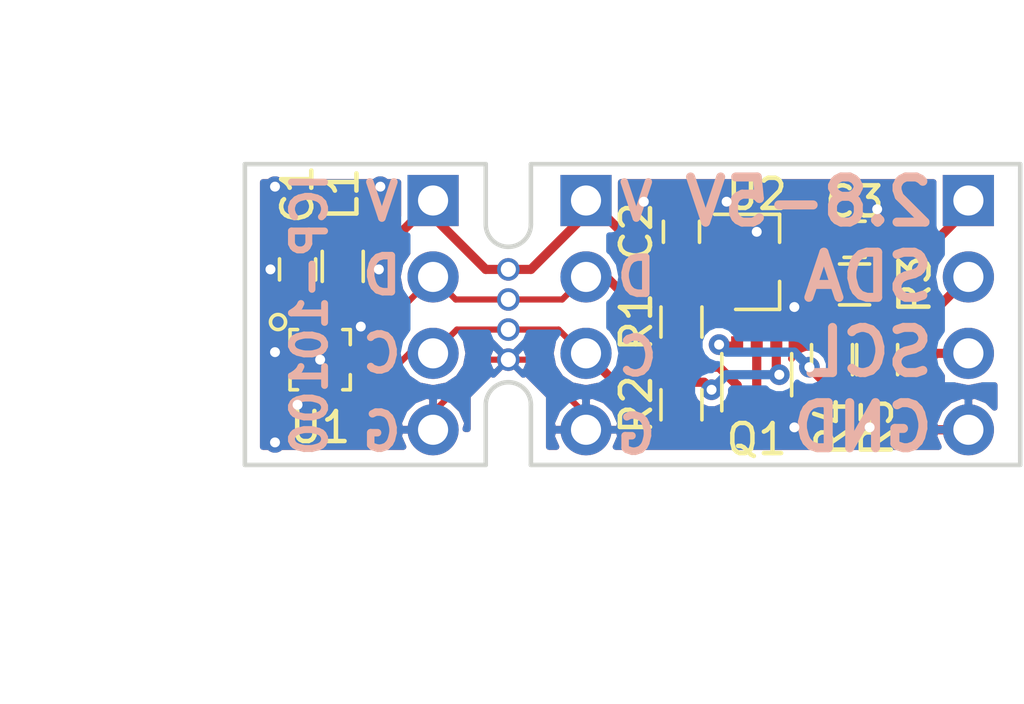
<source format=kicad_pcb>
(kicad_pcb (version 4) (host pcbnew 4.0.7)

  (general
    (links 44)
    (no_connects 0)
    (area 146.674999 107.924999 172.575001 118.075001)
    (thickness 1.6)
    (drawings 30)
    (tracks 181)
    (zones 0)
    (modules 16)
    (nets 10)
  )

  (page A4)
  (layers
    (0 F.Cu signal)
    (31 B.Cu signal)
    (32 B.Adhes user)
    (33 F.Adhes user)
    (34 B.Paste user)
    (35 F.Paste user)
    (36 B.SilkS user)
    (37 F.SilkS user)
    (38 B.Mask user)
    (39 F.Mask user)
    (40 Dwgs.User user)
    (41 Cmts.User user)
    (42 Eco1.User user)
    (43 Eco2.User user)
    (44 Edge.Cuts user)
    (45 Margin user)
    (46 B.CrtYd user)
    (47 F.CrtYd user)
    (48 B.Fab user)
    (49 F.Fab user hide)
  )

  (setup
    (last_trace_width 0.3048)
    (user_trace_width 0.1524)
    (user_trace_width 0.3048)
    (trace_clearance 0.2032)
    (zone_clearance 0.254)
    (zone_45_only yes)
    (trace_min 0.1524)
    (segment_width 0.2)
    (edge_width 0.15)
    (via_size 0.6858)
    (via_drill 0.3302)
    (via_min_size 0.6858)
    (via_min_drill 0.3302)
    (uvia_size 0.6858)
    (uvia_drill 0.3302)
    (uvias_allowed no)
    (uvia_min_size 0)
    (uvia_min_drill 0)
    (pcb_text_width 0.3)
    (pcb_text_size 1.5 1.5)
    (mod_edge_width 0.15)
    (mod_text_size 1 1)
    (mod_text_width 0.15)
    (pad_size 1.524 1.524)
    (pad_drill 0.762)
    (pad_to_mask_clearance 0.0508)
    (aux_axis_origin 0 0)
    (visible_elements 7FFFFFFF)
    (pcbplotparams
      (layerselection 0x010f8_80000001)
      (usegerberextensions false)
      (excludeedgelayer true)
      (linewidth 0.100000)
      (plotframeref false)
      (viasonmask false)
      (mode 1)
      (useauxorigin false)
      (hpglpennumber 1)
      (hpglpenspeed 20)
      (hpglpendiameter 15)
      (hpglpenoverlay 2)
      (psnegative false)
      (psa4output false)
      (plotreference true)
      (plotvalue false)
      (plotinvisibletext false)
      (padsonsilk false)
      (subtractmaskfromsilk false)
      (outputformat 1)
      (mirror false)
      (drillshape 0)
      (scaleselection 1)
      (outputdirectory Gerbers/))
  )

  (net 0 "")
  (net 1 GND)
  (net 2 /VDD18)
  (net 3 "Net-(C3-Pad1)")
  (net 4 /VDD)
  (net 5 /SCL)
  (net 6 /SDA)
  (net 7 /SCL18)
  (net 8 /SDA18)
  (net 9 "Net-(C1-Pad1)")

  (net_class Default "This is the default net class."
    (clearance 0.2032)
    (trace_width 0.2032)
    (via_dia 0.6858)
    (via_drill 0.3302)
    (uvia_dia 0.6858)
    (uvia_drill 0.3302)
    (add_net /SCL)
    (add_net /SCL18)
    (add_net /SDA)
    (add_net /SDA18)
    (add_net /VDD)
    (add_net /VDD18)
    (add_net GND)
    (add_net "Net-(C1-Pad1)")
    (add_net "Net-(C3-Pad1)")
  )

  (module Resistors_SMD:R_0603 (layer F.Cu) (tedit 58E0A804) (tstamp 5A824F40)
    (at 166.25 114.5 270)
    (descr "Resistor SMD 0603, reflow soldering, Vishay (see dcrcw.pdf)")
    (tags "resistor 0603")
    (path /5A8246A0)
    (attr smd)
    (fp_text reference R4 (at 2.25 0 270) (layer F.SilkS)
      (effects (font (size 1 1) (thickness 0.15)))
    )
    (fp_text value 10K (at 0 1.5 270) (layer F.Fab)
      (effects (font (size 1 1) (thickness 0.15)))
    )
    (fp_text user %R (at 0 0 270) (layer F.Fab)
      (effects (font (size 0.4 0.4) (thickness 0.075)))
    )
    (fp_line (start -0.8 0.4) (end -0.8 -0.4) (layer F.Fab) (width 0.1))
    (fp_line (start 0.8 0.4) (end -0.8 0.4) (layer F.Fab) (width 0.1))
    (fp_line (start 0.8 -0.4) (end 0.8 0.4) (layer F.Fab) (width 0.1))
    (fp_line (start -0.8 -0.4) (end 0.8 -0.4) (layer F.Fab) (width 0.1))
    (fp_line (start 0.5 0.68) (end -0.5 0.68) (layer F.SilkS) (width 0.12))
    (fp_line (start -0.5 -0.68) (end 0.5 -0.68) (layer F.SilkS) (width 0.12))
    (fp_line (start -1.25 -0.7) (end 1.25 -0.7) (layer F.CrtYd) (width 0.05))
    (fp_line (start -1.25 -0.7) (end -1.25 0.7) (layer F.CrtYd) (width 0.05))
    (fp_line (start 1.25 0.7) (end 1.25 -0.7) (layer F.CrtYd) (width 0.05))
    (fp_line (start 1.25 0.7) (end -1.25 0.7) (layer F.CrtYd) (width 0.05))
    (pad 1 smd rect (at -0.75 0 270) (size 0.5 0.9) (layers F.Cu F.Paste F.Mask)
      (net 4 /VDD))
    (pad 2 smd rect (at 0.75 0 270) (size 0.5 0.9) (layers F.Cu F.Paste F.Mask)
      (net 6 /SDA))
    (model ${KISYS3DMOD}/Resistors_SMD.3dshapes/R_0603.wrl
      (at (xyz 0 0 0))
      (scale (xyz 1 1 1))
      (rotate (xyz 0 0 0))
    )
  )

  (module Pin_Headers:Pin_Header_Straight_1x04_Pitch2.54mm (layer F.Cu) (tedit 5B04D74A) (tstamp 5A963E88)
    (at 158.08 109.21)
    (descr "Through hole straight pin header, 1x04, 2.54mm pitch, single row")
    (tags "Through hole pin header THT 1x04 2.54mm single row")
    (path /5A963E14)
    (fp_text reference J2 (at 0 -2.33) (layer F.SilkS) hide
      (effects (font (size 1 1) (thickness 0.15)))
    )
    (fp_text value Conn_01x04 (at 0 9.95) (layer F.Fab)
      (effects (font (size 1 1) (thickness 0.15)))
    )
    (fp_line (start -0.635 -1.27) (end 1.27 -1.27) (layer F.Fab) (width 0.1))
    (fp_line (start 1.27 -1.27) (end 1.27 8.89) (layer F.Fab) (width 0.1))
    (fp_line (start 1.27 8.89) (end -1.27 8.89) (layer F.Fab) (width 0.1))
    (fp_line (start -1.27 8.89) (end -1.27 -0.635) (layer F.Fab) (width 0.1))
    (fp_line (start -1.27 -0.635) (end -0.635 -1.27) (layer F.Fab) (width 0.1))
    (fp_line (start -1.8 -1.8) (end -1.8 9.4) (layer F.CrtYd) (width 0.05))
    (fp_line (start -1.8 9.4) (end 1.8 9.4) (layer F.CrtYd) (width 0.05))
    (fp_line (start 1.8 9.4) (end 1.8 -1.8) (layer F.CrtYd) (width 0.05))
    (fp_line (start 1.8 -1.8) (end -1.8 -1.8) (layer F.CrtYd) (width 0.05))
    (fp_text user %R (at 0 3.81 90) (layer F.Fab)
      (effects (font (size 1 1) (thickness 0.15)))
    )
    (pad 1 thru_hole rect (at 0 0) (size 1.7 1.7) (drill 1) (layers *.Cu *.Mask)
      (net 2 /VDD18))
    (pad 2 thru_hole oval (at 0 2.54) (size 1.7 1.7) (drill 1) (layers *.Cu *.Mask)
      (net 8 /SDA18))
    (pad 3 thru_hole oval (at 0 5.08) (size 1.7 1.7) (drill 1) (layers *.Cu *.Mask)
      (net 7 /SCL18))
    (pad 4 thru_hole oval (at 0 7.62) (size 1.7 1.7) (drill 1) (layers *.Cu *.Mask)
      (net 1 GND))
  )

  (module Pin_Headers:Pin_Header_Straight_1x04_Pitch2.54mm (layer F.Cu) (tedit 5B04D733) (tstamp 5A824EE6)
    (at 170.78 109.21)
    (descr "Through hole straight pin header, 1x04, 2.54mm pitch, single row")
    (tags "Through hole pin header THT 1x04 2.54mm single row")
    (path /5A8259B9)
    (fp_text reference J1 (at 0 -2.33) (layer F.SilkS) hide
      (effects (font (size 1 1) (thickness 0.15)))
    )
    (fp_text value Conn_01x04 (at 0 9.95) (layer F.Fab)
      (effects (font (size 1 1) (thickness 0.15)))
    )
    (fp_line (start -0.635 -1.27) (end 1.27 -1.27) (layer F.Fab) (width 0.1))
    (fp_line (start 1.27 -1.27) (end 1.27 8.89) (layer F.Fab) (width 0.1))
    (fp_line (start 1.27 8.89) (end -1.27 8.89) (layer F.Fab) (width 0.1))
    (fp_line (start -1.27 8.89) (end -1.27 -0.635) (layer F.Fab) (width 0.1))
    (fp_line (start -1.27 -0.635) (end -0.635 -1.27) (layer F.Fab) (width 0.1))
    (fp_line (start -1.8 -1.8) (end -1.8 9.4) (layer F.CrtYd) (width 0.05))
    (fp_line (start -1.8 9.4) (end 1.8 9.4) (layer F.CrtYd) (width 0.05))
    (fp_line (start 1.8 9.4) (end 1.8 -1.8) (layer F.CrtYd) (width 0.05))
    (fp_line (start 1.8 -1.8) (end -1.8 -1.8) (layer F.CrtYd) (width 0.05))
    (fp_text user %R (at 0 3.81 90) (layer F.Fab)
      (effects (font (size 1 1) (thickness 0.15)))
    )
    (pad 1 thru_hole rect (at 0 0) (size 1.7 1.7) (drill 1) (layers *.Cu *.Mask)
      (net 4 /VDD))
    (pad 2 thru_hole oval (at 0 2.54) (size 1.7 1.7) (drill 1) (layers *.Cu *.Mask)
      (net 6 /SDA))
    (pad 3 thru_hole oval (at 0 5.08) (size 1.7 1.7) (drill 1) (layers *.Cu *.Mask)
      (net 5 /SCL))
    (pad 4 thru_hole oval (at 0 7.62) (size 1.7 1.7) (drill 1) (layers *.Cu *.Mask)
      (net 1 GND))
  )

  (module Pin_Headers:Pin_Header_Straight_1x04_Pitch2.54mm (layer F.Cu) (tedit 5AA49CD7) (tstamp 5A963EA0)
    (at 153 109.21)
    (descr "Through hole straight pin header, 1x04, 2.54mm pitch, single row")
    (tags "Through hole pin header THT 1x04 2.54mm single row")
    (path /5A963DB9)
    (fp_text reference J3 (at 0 -2.33) (layer F.SilkS) hide
      (effects (font (size 1 1) (thickness 0.15)))
    )
    (fp_text value Conn_01x04 (at 0 9.95) (layer F.Fab)
      (effects (font (size 1 1) (thickness 0.15)))
    )
    (fp_line (start -0.635 -1.27) (end 1.27 -1.27) (layer F.Fab) (width 0.1))
    (fp_line (start 1.27 -1.27) (end 1.27 8.89) (layer F.Fab) (width 0.1))
    (fp_line (start 1.27 8.89) (end -1.27 8.89) (layer F.Fab) (width 0.1))
    (fp_line (start -1.27 8.89) (end -1.27 -0.635) (layer F.Fab) (width 0.1))
    (fp_line (start -1.27 -0.635) (end -0.635 -1.27) (layer F.Fab) (width 0.1))
    (fp_line (start -1.8 -1.8) (end -1.8 9.4) (layer F.CrtYd) (width 0.05))
    (fp_line (start -1.8 9.4) (end 1.8 9.4) (layer F.CrtYd) (width 0.05))
    (fp_line (start 1.8 9.4) (end 1.8 -1.8) (layer F.CrtYd) (width 0.05))
    (fp_line (start 1.8 -1.8) (end -1.8 -1.8) (layer F.CrtYd) (width 0.05))
    (fp_text user %R (at 0 3.81 90) (layer F.Fab)
      (effects (font (size 1 1) (thickness 0.15)))
    )
    (pad 1 thru_hole rect (at 0 0) (size 1.7 1.7) (drill 1) (layers *.Cu *.Mask)
      (net 2 /VDD18))
    (pad 2 thru_hole oval (at 0 2.54) (size 1.7 1.7) (drill 1) (layers *.Cu *.Mask)
      (net 8 /SDA18))
    (pad 3 thru_hole oval (at 0 5.08) (size 1.7 1.7) (drill 1) (layers *.Cu *.Mask)
      (net 7 /SCL18))
    (pad 4 thru_hole oval (at 0 7.62) (size 1.7 1.7) (drill 1) (layers *.Cu *.Mask)
      (net 1 GND))
  )

  (module ICP-10100 (layer F.Cu) (tedit 5A9B8F62) (tstamp 5A8279ED)
    (at 149.25 114.5)
    (path /5A823A37)
    (fp_text reference U1 (at 0 2.25 180) (layer F.SilkS)
      (effects (font (size 1 1) (thickness 0.15)))
    )
    (fp_text value ICP-10100 (at 0 -2) (layer F.Fab)
      (effects (font (size 1 1) (thickness 0.15)))
    )
    (fp_circle (center -1.4 -1.25) (end -1.15 -1.25) (layer F.SilkS) (width 0.12))
    (fp_text user REF** (at 0 2.25) (layer F.Fab)
      (effects (font (size 1 1) (thickness 0.15)))
    )
    (fp_line (start 1 1) (end -1 1) (layer F.Fab) (width 0.1))
    (fp_line (start 1 -1) (end 1 1) (layer F.Fab) (width 0.1))
    (fp_line (start -0.75 -1) (end 1 -1) (layer F.Fab) (width 0.1))
    (fp_line (start -1 -0.75) (end -0.75 -1) (layer F.Fab) (width 0.1))
    (fp_line (start -1 1) (end -1 -0.75) (layer F.Fab) (width 0.1))
    (fp_line (start -1.25 1.25) (end -1.25 -1.25) (layer F.CrtYd) (width 0.05))
    (fp_line (start 1.25 1.25) (end -1.25 1.25) (layer F.CrtYd) (width 0.05))
    (fp_line (start 1.25 -1.25) (end 1.25 1.25) (layer F.CrtYd) (width 0.05))
    (fp_line (start -1.25 -1.25) (end 1.25 -1.25) (layer F.CrtYd) (width 0.05))
    (fp_line (start -1 1) (end -0.75 1) (layer F.SilkS) (width 0.12))
    (fp_line (start -1 0.5) (end -1 1) (layer F.SilkS) (width 0.12))
    (fp_line (start 1 1) (end 0.75 1) (layer F.SilkS) (width 0.12))
    (fp_line (start 1 0.5) (end 1 1) (layer F.SilkS) (width 0.12))
    (fp_line (start 1 -1) (end 1 -0.5) (layer F.SilkS) (width 0.12))
    (fp_line (start 0.75 -1) (end 1 -1) (layer F.SilkS) (width 0.12))
    (fp_line (start -1 -1) (end -1 -0.5) (layer F.SilkS) (width 0.12))
    (fp_line (start -0.75 -1) (end -1 -1) (layer F.SilkS) (width 0.12))
    (pad 1 smd rect (at -0.775 -0.25 90) (size 0.28 0.35) (layers F.Cu F.Paste F.Mask)
      (net 1 GND))
    (pad 2 smd rect (at -0.775 0.25 90) (size 0.28 0.35) (layers F.Cu F.Paste F.Mask)
      (net 7 /SCL18))
    (pad 3 smd rect (at -0.5 0.775) (size 0.28 0.35) (layers F.Cu F.Paste F.Mask)
      (net 1 GND))
    (pad 4 smd rect (at 0 0.775) (size 0.28 0.35) (layers F.Cu F.Paste F.Mask)
      (net 8 /SDA18))
    (pad 5 smd rect (at 0.5 0.775) (size 0.28 0.35) (layers F.Cu F.Paste F.Mask)
      (net 9 "Net-(C1-Pad1)"))
    (pad 6 smd rect (at 0.775 0.25 90) (size 0.28 0.35) (layers F.Cu F.Paste F.Mask)
      (net 9 "Net-(C1-Pad1)"))
    (pad 7 smd rect (at 0.775 -0.25 90) (size 0.28 0.35) (layers F.Cu F.Paste F.Mask)
      (net 1 GND))
    (pad 8 smd rect (at 0.5 -0.775 180) (size 0.28 0.35) (layers F.Cu F.Paste F.Mask)
      (net 1 GND))
    (pad 9 smd rect (at 0 -0.775) (size 0.28 0.35) (layers F.Cu F.Paste F.Mask)
      (net 1 GND))
    (pad 10 smd rect (at -0.5 -0.775) (size 0.28 0.35) (layers F.Cu F.Paste F.Mask)
      (net 9 "Net-(C1-Pad1)"))
  )

  (module Capacitors_SMD:C_0603 (layer F.Cu) (tedit 59958EE7) (tstamp 5A824EAD)
    (at 148.5 111.5 90)
    (descr "Capacitor SMD 0603, reflow soldering, AVX (see smccp.pdf)")
    (tags "capacitor 0603")
    (path /5A823B64)
    (attr smd)
    (fp_text reference C1 (at 2.5 0 270) (layer F.SilkS)
      (effects (font (size 1 1) (thickness 0.15)))
    )
    (fp_text value 100nF (at 0 1.5 90) (layer F.Fab)
      (effects (font (size 1 1) (thickness 0.15)))
    )
    (fp_line (start 1.4 0.65) (end -1.4 0.65) (layer F.CrtYd) (width 0.05))
    (fp_line (start 1.4 0.65) (end 1.4 -0.65) (layer F.CrtYd) (width 0.05))
    (fp_line (start -1.4 -0.65) (end -1.4 0.65) (layer F.CrtYd) (width 0.05))
    (fp_line (start -1.4 -0.65) (end 1.4 -0.65) (layer F.CrtYd) (width 0.05))
    (fp_line (start 0.35 0.6) (end -0.35 0.6) (layer F.SilkS) (width 0.12))
    (fp_line (start -0.35 -0.6) (end 0.35 -0.6) (layer F.SilkS) (width 0.12))
    (fp_line (start -0.8 -0.4) (end 0.8 -0.4) (layer F.Fab) (width 0.1))
    (fp_line (start 0.8 -0.4) (end 0.8 0.4) (layer F.Fab) (width 0.1))
    (fp_line (start 0.8 0.4) (end -0.8 0.4) (layer F.Fab) (width 0.1))
    (fp_line (start -0.8 0.4) (end -0.8 -0.4) (layer F.Fab) (width 0.1))
    (fp_text user %R (at 0 0 90) (layer F.Fab)
      (effects (font (size 0.3 0.3) (thickness 0.075)))
    )
    (pad 2 smd rect (at 0.75 0 90) (size 0.8 0.75) (layers F.Cu F.Paste F.Mask)
      (net 1 GND))
    (pad 1 smd rect (at -0.75 0 90) (size 0.8 0.75) (layers F.Cu F.Paste F.Mask)
      (net 9 "Net-(C1-Pad1)"))
    (model Capacitors_SMD.3dshapes/C_0603.wrl
      (at (xyz 0 0 0))
      (scale (xyz 1 1 1))
      (rotate (xyz 0 0 0))
    )
  )

  (module Capacitors_SMD:C_0603 (layer F.Cu) (tedit 59958EE7) (tstamp 5A824EBE)
    (at 161.25 110.25 90)
    (descr "Capacitor SMD 0603, reflow soldering, AVX (see smccp.pdf)")
    (tags "capacitor 0603")
    (path /5A824C7A)
    (attr smd)
    (fp_text reference C2 (at 0 -1.5 90) (layer F.SilkS)
      (effects (font (size 1 1) (thickness 0.15)))
    )
    (fp_text value 1uF (at 0 1.5 90) (layer F.Fab)
      (effects (font (size 1 1) (thickness 0.15)))
    )
    (fp_line (start 1.4 0.65) (end -1.4 0.65) (layer F.CrtYd) (width 0.05))
    (fp_line (start 1.4 0.65) (end 1.4 -0.65) (layer F.CrtYd) (width 0.05))
    (fp_line (start -1.4 -0.65) (end -1.4 0.65) (layer F.CrtYd) (width 0.05))
    (fp_line (start -1.4 -0.65) (end 1.4 -0.65) (layer F.CrtYd) (width 0.05))
    (fp_line (start 0.35 0.6) (end -0.35 0.6) (layer F.SilkS) (width 0.12))
    (fp_line (start -0.35 -0.6) (end 0.35 -0.6) (layer F.SilkS) (width 0.12))
    (fp_line (start -0.8 -0.4) (end 0.8 -0.4) (layer F.Fab) (width 0.1))
    (fp_line (start 0.8 -0.4) (end 0.8 0.4) (layer F.Fab) (width 0.1))
    (fp_line (start 0.8 0.4) (end -0.8 0.4) (layer F.Fab) (width 0.1))
    (fp_line (start -0.8 0.4) (end -0.8 -0.4) (layer F.Fab) (width 0.1))
    (fp_text user %R (at 0 0 90) (layer F.Fab)
      (effects (font (size 0.3 0.3) (thickness 0.075)))
    )
    (pad 2 smd rect (at 0.75 0 90) (size 0.8 0.75) (layers F.Cu F.Paste F.Mask)
      (net 1 GND))
    (pad 1 smd rect (at -0.75 0 90) (size 0.8 0.75) (layers F.Cu F.Paste F.Mask)
      (net 2 /VDD18))
    (model Capacitors_SMD.3dshapes/C_0603.wrl
      (at (xyz 0 0 0))
      (scale (xyz 1 1 1))
      (rotate (xyz 0 0 0))
    )
  )

  (module Capacitors_SMD:C_0603 (layer F.Cu) (tedit 59958EE7) (tstamp 5A824ECF)
    (at 167 110.5)
    (descr "Capacitor SMD 0603, reflow soldering, AVX (see smccp.pdf)")
    (tags "capacitor 0603")
    (path /5A824D11)
    (attr smd)
    (fp_text reference C3 (at 0 -1.25) (layer F.SilkS)
      (effects (font (size 1 1) (thickness 0.15)))
    )
    (fp_text value 1uF (at 0 1.5) (layer F.Fab)
      (effects (font (size 1 1) (thickness 0.15)))
    )
    (fp_line (start 1.4 0.65) (end -1.4 0.65) (layer F.CrtYd) (width 0.05))
    (fp_line (start 1.4 0.65) (end 1.4 -0.65) (layer F.CrtYd) (width 0.05))
    (fp_line (start -1.4 -0.65) (end -1.4 0.65) (layer F.CrtYd) (width 0.05))
    (fp_line (start -1.4 -0.65) (end 1.4 -0.65) (layer F.CrtYd) (width 0.05))
    (fp_line (start 0.35 0.6) (end -0.35 0.6) (layer F.SilkS) (width 0.12))
    (fp_line (start -0.35 -0.6) (end 0.35 -0.6) (layer F.SilkS) (width 0.12))
    (fp_line (start -0.8 -0.4) (end 0.8 -0.4) (layer F.Fab) (width 0.1))
    (fp_line (start 0.8 -0.4) (end 0.8 0.4) (layer F.Fab) (width 0.1))
    (fp_line (start 0.8 0.4) (end -0.8 0.4) (layer F.Fab) (width 0.1))
    (fp_line (start -0.8 0.4) (end -0.8 -0.4) (layer F.Fab) (width 0.1))
    (fp_text user %R (at 0 0) (layer F.Fab)
      (effects (font (size 0.3 0.3) (thickness 0.075)))
    )
    (pad 2 smd rect (at 0.75 0) (size 0.8 0.75) (layers F.Cu F.Paste F.Mask)
      (net 1 GND))
    (pad 1 smd rect (at -0.75 0) (size 0.8 0.75) (layers F.Cu F.Paste F.Mask)
      (net 3 "Net-(C3-Pad1)"))
    (model Capacitors_SMD.3dshapes/C_0603.wrl
      (at (xyz 0 0 0))
      (scale (xyz 1 1 1))
      (rotate (xyz 0 0 0))
    )
  )

  (module TO_SOT_Packages_SMD:SOT-363_SC-70-6 (layer F.Cu) (tedit 5B04E20E) (tstamp 5A824EFC)
    (at 163.75 115 90)
    (descr "SOT-363, SC-70-6")
    (tags "SOT-363 SC-70-6")
    (path /5A824044)
    (attr smd)
    (fp_text reference Q1 (at -2.15 0 180) (layer F.SilkS)
      (effects (font (size 1 1) (thickness 0.15)))
    )
    (fp_text value UM6K34NTCN (at 0 2 270) (layer F.Fab)
      (effects (font (size 1 1) (thickness 0.15)))
    )
    (fp_text user %R (at 0 0 180) (layer F.Fab)
      (effects (font (size 0.5 0.5) (thickness 0.075)))
    )
    (fp_line (start 0.7 -1.16) (end -1.2 -1.16) (layer F.SilkS) (width 0.12))
    (fp_line (start -0.7 1.16) (end 0.7 1.16) (layer F.SilkS) (width 0.12))
    (fp_line (start 1.6 1.4) (end 1.6 -1.4) (layer F.CrtYd) (width 0.05))
    (fp_line (start -1.6 -1.4) (end -1.6 1.4) (layer F.CrtYd) (width 0.05))
    (fp_line (start -1.6 -1.4) (end 1.6 -1.4) (layer F.CrtYd) (width 0.05))
    (fp_line (start 0.675 -1.1) (end -0.175 -1.1) (layer F.Fab) (width 0.1))
    (fp_line (start -0.675 -0.6) (end -0.675 1.1) (layer F.Fab) (width 0.1))
    (fp_line (start -1.6 1.4) (end 1.6 1.4) (layer F.CrtYd) (width 0.05))
    (fp_line (start 0.675 -1.1) (end 0.675 1.1) (layer F.Fab) (width 0.1))
    (fp_line (start 0.675 1.1) (end -0.675 1.1) (layer F.Fab) (width 0.1))
    (fp_line (start -0.175 -1.1) (end -0.675 -0.6) (layer F.Fab) (width 0.1))
    (pad 1 smd rect (at -0.95 -0.65 90) (size 0.65 0.4) (layers F.Cu F.Paste F.Mask)
      (net 8 /SDA18))
    (pad 3 smd rect (at -0.95 0.65 90) (size 0.65 0.4) (layers F.Cu F.Paste F.Mask)
      (net 5 /SCL))
    (pad 5 smd rect (at 0.95 0 90) (size 0.65 0.4) (layers F.Cu F.Paste F.Mask)
      (net 2 /VDD18))
    (pad 2 smd rect (at -0.95 0 90) (size 0.65 0.4) (layers F.Cu F.Paste F.Mask)
      (net 2 /VDD18))
    (pad 4 smd rect (at 0.95 0.65 90) (size 0.65 0.4) (layers F.Cu F.Paste F.Mask)
      (net 7 /SCL18))
    (pad 6 smd rect (at 0.95 -0.65 90) (size 0.65 0.4) (layers F.Cu F.Paste F.Mask)
      (net 6 /SDA))
    (model ${KISYS3DMOD}/TO_SOT_Packages_SMD.3dshapes/SOT-363_SC-70-6.wrl
      (at (xyz 0 0 0))
      (scale (xyz 1 1 1))
      (rotate (xyz 0 0 0))
    )
  )

  (module Resistors_SMD:R_0603 (layer F.Cu) (tedit 58E0A804) (tstamp 5A824F0D)
    (at 161.25 113.25 270)
    (descr "Resistor SMD 0603, reflow soldering, Vishay (see dcrcw.pdf)")
    (tags "resistor 0603")
    (path /5A824458)
    (attr smd)
    (fp_text reference R1 (at 0 1.5 270) (layer F.SilkS)
      (effects (font (size 1 1) (thickness 0.15)))
    )
    (fp_text value 10K (at 0 1.5 270) (layer F.Fab)
      (effects (font (size 1 1) (thickness 0.15)))
    )
    (fp_text user %R (at 0 0 270) (layer F.Fab)
      (effects (font (size 0.4 0.4) (thickness 0.075)))
    )
    (fp_line (start -0.8 0.4) (end -0.8 -0.4) (layer F.Fab) (width 0.1))
    (fp_line (start 0.8 0.4) (end -0.8 0.4) (layer F.Fab) (width 0.1))
    (fp_line (start 0.8 -0.4) (end 0.8 0.4) (layer F.Fab) (width 0.1))
    (fp_line (start -0.8 -0.4) (end 0.8 -0.4) (layer F.Fab) (width 0.1))
    (fp_line (start 0.5 0.68) (end -0.5 0.68) (layer F.SilkS) (width 0.12))
    (fp_line (start -0.5 -0.68) (end 0.5 -0.68) (layer F.SilkS) (width 0.12))
    (fp_line (start -1.25 -0.7) (end 1.25 -0.7) (layer F.CrtYd) (width 0.05))
    (fp_line (start -1.25 -0.7) (end -1.25 0.7) (layer F.CrtYd) (width 0.05))
    (fp_line (start 1.25 0.7) (end 1.25 -0.7) (layer F.CrtYd) (width 0.05))
    (fp_line (start 1.25 0.7) (end -1.25 0.7) (layer F.CrtYd) (width 0.05))
    (pad 1 smd rect (at -0.75 0 270) (size 0.5 0.9) (layers F.Cu F.Paste F.Mask)
      (net 2 /VDD18))
    (pad 2 smd rect (at 0.75 0 270) (size 0.5 0.9) (layers F.Cu F.Paste F.Mask)
      (net 8 /SDA18))
    (model ${KISYS3DMOD}/Resistors_SMD.3dshapes/R_0603.wrl
      (at (xyz 0 0 0))
      (scale (xyz 1 1 1))
      (rotate (xyz 0 0 0))
    )
  )

  (module Resistors_SMD:R_0603 (layer F.Cu) (tedit 58E0A804) (tstamp 5A824F1E)
    (at 161.25 116 90)
    (descr "Resistor SMD 0603, reflow soldering, Vishay (see dcrcw.pdf)")
    (tags "resistor 0603")
    (path /5A824421)
    (attr smd)
    (fp_text reference R2 (at 0 -1.5 90) (layer F.SilkS)
      (effects (font (size 1 1) (thickness 0.15)))
    )
    (fp_text value 10K (at 0 1.5 90) (layer F.Fab)
      (effects (font (size 1 1) (thickness 0.15)))
    )
    (fp_text user %R (at 0 0 90) (layer F.Fab)
      (effects (font (size 0.4 0.4) (thickness 0.075)))
    )
    (fp_line (start -0.8 0.4) (end -0.8 -0.4) (layer F.Fab) (width 0.1))
    (fp_line (start 0.8 0.4) (end -0.8 0.4) (layer F.Fab) (width 0.1))
    (fp_line (start 0.8 -0.4) (end 0.8 0.4) (layer F.Fab) (width 0.1))
    (fp_line (start -0.8 -0.4) (end 0.8 -0.4) (layer F.Fab) (width 0.1))
    (fp_line (start 0.5 0.68) (end -0.5 0.68) (layer F.SilkS) (width 0.12))
    (fp_line (start -0.5 -0.68) (end 0.5 -0.68) (layer F.SilkS) (width 0.12))
    (fp_line (start -1.25 -0.7) (end 1.25 -0.7) (layer F.CrtYd) (width 0.05))
    (fp_line (start -1.25 -0.7) (end -1.25 0.7) (layer F.CrtYd) (width 0.05))
    (fp_line (start 1.25 0.7) (end 1.25 -0.7) (layer F.CrtYd) (width 0.05))
    (fp_line (start 1.25 0.7) (end -1.25 0.7) (layer F.CrtYd) (width 0.05))
    (pad 1 smd rect (at -0.75 0 90) (size 0.5 0.9) (layers F.Cu F.Paste F.Mask)
      (net 2 /VDD18))
    (pad 2 smd rect (at 0.75 0 90) (size 0.5 0.9) (layers F.Cu F.Paste F.Mask)
      (net 7 /SCL18))
    (model ${KISYS3DMOD}/Resistors_SMD.3dshapes/R_0603.wrl
      (at (xyz 0 0 0))
      (scale (xyz 1 1 1))
      (rotate (xyz 0 0 0))
    )
  )

  (module Resistors_SMD:R_0603 (layer F.Cu) (tedit 58E0A804) (tstamp 5A824F2F)
    (at 167 112 180)
    (descr "Resistor SMD 0603, reflow soldering, Vishay (see dcrcw.pdf)")
    (tags "resistor 0603")
    (path /5A824D91)
    (attr smd)
    (fp_text reference R3 (at -2 0 270) (layer F.SilkS)
      (effects (font (size 1 1) (thickness 0.15)))
    )
    (fp_text value 1K (at 0 1.5 180) (layer F.Fab)
      (effects (font (size 1 1) (thickness 0.15)))
    )
    (fp_text user %R (at 0 0 180) (layer F.Fab)
      (effects (font (size 0.4 0.4) (thickness 0.075)))
    )
    (fp_line (start -0.8 0.4) (end -0.8 -0.4) (layer F.Fab) (width 0.1))
    (fp_line (start 0.8 0.4) (end -0.8 0.4) (layer F.Fab) (width 0.1))
    (fp_line (start 0.8 -0.4) (end 0.8 0.4) (layer F.Fab) (width 0.1))
    (fp_line (start -0.8 -0.4) (end 0.8 -0.4) (layer F.Fab) (width 0.1))
    (fp_line (start 0.5 0.68) (end -0.5 0.68) (layer F.SilkS) (width 0.12))
    (fp_line (start -0.5 -0.68) (end 0.5 -0.68) (layer F.SilkS) (width 0.12))
    (fp_line (start -1.25 -0.7) (end 1.25 -0.7) (layer F.CrtYd) (width 0.05))
    (fp_line (start -1.25 -0.7) (end -1.25 0.7) (layer F.CrtYd) (width 0.05))
    (fp_line (start 1.25 0.7) (end 1.25 -0.7) (layer F.CrtYd) (width 0.05))
    (fp_line (start 1.25 0.7) (end -1.25 0.7) (layer F.CrtYd) (width 0.05))
    (pad 1 smd rect (at -0.75 0 180) (size 0.5 0.9) (layers F.Cu F.Paste F.Mask)
      (net 4 /VDD))
    (pad 2 smd rect (at 0.75 0 180) (size 0.5 0.9) (layers F.Cu F.Paste F.Mask)
      (net 3 "Net-(C3-Pad1)"))
    (model ${KISYS3DMOD}/Resistors_SMD.3dshapes/R_0603.wrl
      (at (xyz 0 0 0))
      (scale (xyz 1 1 1))
      (rotate (xyz 0 0 0))
    )
  )

  (module Resistors_SMD:R_0603 (layer F.Cu) (tedit 58E0A804) (tstamp 5A824F51)
    (at 167.75 114.5 270)
    (descr "Resistor SMD 0603, reflow soldering, Vishay (see dcrcw.pdf)")
    (tags "resistor 0603")
    (path /5A82469A)
    (attr smd)
    (fp_text reference R5 (at 2.25 0 270) (layer F.SilkS)
      (effects (font (size 1 1) (thickness 0.15)))
    )
    (fp_text value 10K (at 0 1.5 270) (layer F.Fab)
      (effects (font (size 1 1) (thickness 0.15)))
    )
    (fp_text user %R (at 0 0 270) (layer F.Fab)
      (effects (font (size 0.4 0.4) (thickness 0.075)))
    )
    (fp_line (start -0.8 0.4) (end -0.8 -0.4) (layer F.Fab) (width 0.1))
    (fp_line (start 0.8 0.4) (end -0.8 0.4) (layer F.Fab) (width 0.1))
    (fp_line (start 0.8 -0.4) (end 0.8 0.4) (layer F.Fab) (width 0.1))
    (fp_line (start -0.8 -0.4) (end 0.8 -0.4) (layer F.Fab) (width 0.1))
    (fp_line (start 0.5 0.68) (end -0.5 0.68) (layer F.SilkS) (width 0.12))
    (fp_line (start -0.5 -0.68) (end 0.5 -0.68) (layer F.SilkS) (width 0.12))
    (fp_line (start -1.25 -0.7) (end 1.25 -0.7) (layer F.CrtYd) (width 0.05))
    (fp_line (start -1.25 -0.7) (end -1.25 0.7) (layer F.CrtYd) (width 0.05))
    (fp_line (start 1.25 0.7) (end 1.25 -0.7) (layer F.CrtYd) (width 0.05))
    (fp_line (start 1.25 0.7) (end -1.25 0.7) (layer F.CrtYd) (width 0.05))
    (pad 1 smd rect (at -0.75 0 270) (size 0.5 0.9) (layers F.Cu F.Paste F.Mask)
      (net 4 /VDD))
    (pad 2 smd rect (at 0.75 0 270) (size 0.5 0.9) (layers F.Cu F.Paste F.Mask)
      (net 5 /SCL))
    (model ${KISYS3DMOD}/Resistors_SMD.3dshapes/R_0603.wrl
      (at (xyz 0 0 0))
      (scale (xyz 1 1 1))
      (rotate (xyz 0 0 0))
    )
  )

  (module TO_SOT_Packages_SMD:SOT-23 (layer F.Cu) (tedit 58CE4E7E) (tstamp 5A824F66)
    (at 163.75 111.25)
    (descr "SOT-23, Standard")
    (tags SOT-23)
    (path /5A8248FC)
    (attr smd)
    (fp_text reference U2 (at 0 -2.25) (layer F.SilkS)
      (effects (font (size 1 1) (thickness 0.15)))
    )
    (fp_text value AP7313R (at 0 2.5) (layer F.Fab)
      (effects (font (size 1 1) (thickness 0.15)))
    )
    (fp_text user %R (at 0 0 90) (layer F.Fab)
      (effects (font (size 0.5 0.5) (thickness 0.075)))
    )
    (fp_line (start -0.7 -0.95) (end -0.7 1.5) (layer F.Fab) (width 0.1))
    (fp_line (start -0.15 -1.52) (end 0.7 -1.52) (layer F.Fab) (width 0.1))
    (fp_line (start -0.7 -0.95) (end -0.15 -1.52) (layer F.Fab) (width 0.1))
    (fp_line (start 0.7 -1.52) (end 0.7 1.52) (layer F.Fab) (width 0.1))
    (fp_line (start -0.7 1.52) (end 0.7 1.52) (layer F.Fab) (width 0.1))
    (fp_line (start 0.76 1.58) (end 0.76 0.65) (layer F.SilkS) (width 0.12))
    (fp_line (start 0.76 -1.58) (end 0.76 -0.65) (layer F.SilkS) (width 0.12))
    (fp_line (start -1.7 -1.75) (end 1.7 -1.75) (layer F.CrtYd) (width 0.05))
    (fp_line (start 1.7 -1.75) (end 1.7 1.75) (layer F.CrtYd) (width 0.05))
    (fp_line (start 1.7 1.75) (end -1.7 1.75) (layer F.CrtYd) (width 0.05))
    (fp_line (start -1.7 1.75) (end -1.7 -1.75) (layer F.CrtYd) (width 0.05))
    (fp_line (start 0.76 -1.58) (end -1.4 -1.58) (layer F.SilkS) (width 0.12))
    (fp_line (start 0.76 1.58) (end -0.7 1.58) (layer F.SilkS) (width 0.12))
    (pad 1 smd rect (at -1 -0.95) (size 0.9 0.8) (layers F.Cu F.Paste F.Mask)
      (net 1 GND))
    (pad 2 smd rect (at -1 0.95) (size 0.9 0.8) (layers F.Cu F.Paste F.Mask)
      (net 2 /VDD18))
    (pad 3 smd rect (at 1 0) (size 0.9 0.8) (layers F.Cu F.Paste F.Mask)
      (net 3 "Net-(C3-Pad1)"))
    (model ${KISYS3DMOD}/TO_SOT_Packages_SMD.3dshapes/SOT-23.wrl
      (at (xyz 0 0 0))
      (scale (xyz 1 1 1))
      (rotate (xyz 0 0 0))
    )
  )

  (module Resistors_SMD:R_0603 (layer F.Cu) (tedit 58E0A804) (tstamp 5A827C7D)
    (at 150 111.4 90)
    (descr "Resistor SMD 0603, reflow soldering, Vishay (see dcrcw.pdf)")
    (tags "resistor 0603")
    (path /5A827627)
    (attr smd)
    (fp_text reference L1 (at 2.4 0 270) (layer F.SilkS)
      (effects (font (size 1 1) (thickness 0.15)))
    )
    (fp_text value Ferrite (at 0 1.5 90) (layer F.Fab)
      (effects (font (size 1 1) (thickness 0.15)))
    )
    (fp_text user %R (at 0 0 90) (layer F.Fab)
      (effects (font (size 0.4 0.4) (thickness 0.075)))
    )
    (fp_line (start -0.8 0.4) (end -0.8 -0.4) (layer F.Fab) (width 0.1))
    (fp_line (start 0.8 0.4) (end -0.8 0.4) (layer F.Fab) (width 0.1))
    (fp_line (start 0.8 -0.4) (end 0.8 0.4) (layer F.Fab) (width 0.1))
    (fp_line (start -0.8 -0.4) (end 0.8 -0.4) (layer F.Fab) (width 0.1))
    (fp_line (start 0.5 0.68) (end -0.5 0.68) (layer F.SilkS) (width 0.12))
    (fp_line (start -0.5 -0.68) (end 0.5 -0.68) (layer F.SilkS) (width 0.12))
    (fp_line (start -1.25 -0.7) (end 1.25 -0.7) (layer F.CrtYd) (width 0.05))
    (fp_line (start -1.25 -0.7) (end -1.25 0.7) (layer F.CrtYd) (width 0.05))
    (fp_line (start 1.25 0.7) (end 1.25 -0.7) (layer F.CrtYd) (width 0.05))
    (fp_line (start 1.25 0.7) (end -1.25 0.7) (layer F.CrtYd) (width 0.05))
    (pad 1 smd rect (at -0.75 0 90) (size 0.5 0.9) (layers F.Cu F.Paste F.Mask)
      (net 9 "Net-(C1-Pad1)"))
    (pad 2 smd rect (at 0.75 0 90) (size 0.5 0.9) (layers F.Cu F.Paste F.Mask)
      (net 2 /VDD18))
    (model ${KISYS3DMOD}/Resistors_SMD.3dshapes/R_0603.wrl
      (at (xyz 0 0 0))
      (scale (xyz 1 1 1))
      (rotate (xyz 0 0 0))
    )
  )

  (module footprints:Bites (layer F.Cu) (tedit 5A9767B0) (tstamp 5A96422D)
    (at 155.5 113 270)
    (path /5A964E22)
    (fp_text reference J4 (at 3.25 0 270) (layer F.SilkS) hide
      (effects (font (size 1 1) (thickness 0.15)))
    )
    (fp_text value Conn_01x04 (at 0 -1.25 270) (layer F.Fab)
      (effects (font (size 1 1) (thickness 0.15)))
    )
    (pad 1 thru_hole circle (at -1.5 0 270) (size 0.75 0.75) (drill 0.5) (layers *.Cu *.Mask)
      (net 2 /VDD18))
    (pad 2 thru_hole circle (at -0.5 0 270) (size 0.75 0.75) (drill 0.5) (layers *.Cu *.Mask)
      (net 8 /SDA18))
    (pad 3 thru_hole circle (at 0.5 0 270) (size 0.75 0.75) (drill 0.5) (layers *.Cu *.Mask)
      (net 7 /SCL18))
    (pad 4 thru_hole circle (at 1.5 0 270) (size 0.75 0.75) (drill 0.5) (layers *.Cu *.Mask)
      (net 1 GND))
  )

  (dimension 12.7 (width 0.3) (layer Dwgs.User)
    (gr_text "0.5000 in" (at 164.465 126.572) (layer Dwgs.User)
      (effects (font (size 1.5 1.5) (thickness 0.3)))
    )
    (feature1 (pts (xy 170.815 123.19) (xy 170.815 127.922)))
    (feature2 (pts (xy 158.115 123.19) (xy 158.115 127.922)))
    (crossbar (pts (xy 158.115 125.222) (xy 170.815 125.222)))
    (arrow1a (pts (xy 170.815 125.222) (xy 169.688496 125.808421)))
    (arrow1b (pts (xy 170.815 125.222) (xy 169.688496 124.635579)))
    (arrow2a (pts (xy 158.115 125.222) (xy 159.241504 125.808421)))
    (arrow2b (pts (xy 158.115 125.222) (xy 159.241504 124.635579)))
  )
  (dimension 16.25 (width 0.3) (layer Dwgs.User)
    (gr_text "16.250 mm" (at 164.375 121.6) (layer Dwgs.User)
      (effects (font (size 1.5 1.5) (thickness 0.3)))
    )
    (feature1 (pts (xy 172.5 118.5) (xy 172.5 122.95)))
    (feature2 (pts (xy 156.25 118.5) (xy 156.25 122.95)))
    (crossbar (pts (xy 156.25 120.25) (xy 172.5 120.25)))
    (arrow1a (pts (xy 172.5 120.25) (xy 171.373496 120.836421)))
    (arrow1b (pts (xy 172.5 120.25) (xy 171.373496 119.663579)))
    (arrow2a (pts (xy 156.25 120.25) (xy 157.376504 120.836421)))
    (arrow2b (pts (xy 156.25 120.25) (xy 157.376504 119.663579)))
  )
  (dimension 8 (width 0.2) (layer Dwgs.User)
    (gr_text "8.000 mm" (at 150.75 121.6) (layer Dwgs.User)
      (effects (font (size 1 1) (thickness 0.2)))
    )
    (feature1 (pts (xy 154.75 118.5) (xy 154.75 122.95)))
    (feature2 (pts (xy 146.75 118.5) (xy 146.75 122.95)))
    (crossbar (pts (xy 146.75 120.25) (xy 154.75 120.25)))
    (arrow1a (pts (xy 154.75 120.25) (xy 153.623496 120.836421)))
    (arrow1b (pts (xy 154.75 120.25) (xy 153.623496 119.663579)))
    (arrow2a (pts (xy 146.75 120.25) (xy 147.876504 120.836421)))
    (arrow2b (pts (xy 146.75 120.25) (xy 147.876504 119.663579)))
  )
  (dimension 25.75 (width 0.3) (layer Dwgs.User)
    (gr_text "25.750 mm" (at 159.625 104.4) (layer Dwgs.User)
      (effects (font (size 1.5 1.5) (thickness 0.3)))
    )
    (feature1 (pts (xy 172.5 107.5) (xy 172.5 103.05)))
    (feature2 (pts (xy 146.75 107.5) (xy 146.75 103.05)))
    (crossbar (pts (xy 146.75 105.75) (xy 172.5 105.75)))
    (arrow1a (pts (xy 172.5 105.75) (xy 171.373496 106.336421)))
    (arrow1b (pts (xy 172.5 105.75) (xy 171.373496 105.163579)))
    (arrow2a (pts (xy 146.75 105.75) (xy 147.876504 106.336421)))
    (arrow2b (pts (xy 146.75 105.75) (xy 147.876504 105.163579)))
  )
  (dimension 10 (width 0.25) (layer Dwgs.User)
    (gr_text "10.00 mm" (at 143.4 113 270) (layer Dwgs.User)
      (effects (font (size 1.2 1.2) (thickness 0.25)))
    )
    (feature1 (pts (xy 146 118) (xy 142.05 118)))
    (feature2 (pts (xy 146 108) (xy 142.05 108)))
    (crossbar (pts (xy 144.75 108) (xy 144.75 118)))
    (arrow1a (pts (xy 144.75 118) (xy 144.163579 116.873496)))
    (arrow1b (pts (xy 144.75 118) (xy 145.336421 116.873496)))
    (arrow2a (pts (xy 144.75 108) (xy 144.163579 109.126504)))
    (arrow2b (pts (xy 144.75 108) (xy 145.336421 109.126504)))
  )
  (gr_text G (at 151.3 116.9) (layer B.SilkS) (tstamp 5A9B97DE)
    (effects (font (size 1.2 1.2) (thickness 0.25)) (justify mirror))
  )
  (gr_text C (at 151.3 114.3) (layer B.SilkS) (tstamp 5A9B97CE)
    (effects (font (size 1.2 1.2) (thickness 0.25)) (justify mirror))
  )
  (gr_text D (at 151.3 111.7) (layer B.SilkS) (tstamp 5A9B97AC)
    (effects (font (size 1.2 1.2) (thickness 0.25)) (justify mirror))
  )
  (gr_text V (at 151.3 109.25) (layer B.SilkS) (tstamp 5A9B979B)
    (effects (font (size 1.2 1.2) (thickness 0.25)) (justify mirror))
  )
  (gr_text G (at 159.75 117) (layer B.SilkS)
    (effects (font (size 1.2 1.2) (thickness 0.25)) (justify mirror))
  )
  (gr_text C (at 159.8 114.4) (layer B.SilkS)
    (effects (font (size 1.2 1.2) (thickness 0.25)) (justify mirror))
  )
  (gr_text D (at 159.75 111.75) (layer B.SilkS)
    (effects (font (size 1.2 1.2) (thickness 0.25)) (justify mirror))
  )
  (gr_text V (at 159.75 109.25) (layer B.SilkS)
    (effects (font (size 1.2 1.2) (thickness 0.25)) (justify mirror))
  )
  (gr_line (start 156.25 108) (end 172.5 108) (layer Edge.Cuts) (width 0.15))
  (gr_line (start 154.75 118) (end 146.75 118) (layer Edge.Cuts) (width 0.15))
  (gr_line (start 154.75 108) (end 146.75 108) (layer Edge.Cuts) (width 0.15))
  (gr_line (start 154.75 110) (end 154.75 108) (layer Edge.Cuts) (width 0.15))
  (gr_line (start 156.25 110) (end 156.25 108) (layer Edge.Cuts) (width 0.15))
  (gr_arc (start 155.5 110) (end 156.25 110) (angle 180) (layer Edge.Cuts) (width 0.15))
  (gr_arc (start 155.5 116) (end 154.75 116) (angle 180) (layer Edge.Cuts) (width 0.15))
  (gr_line (start 156.25 118) (end 156.25 116) (layer Edge.Cuts) (width 0.15))
  (gr_line (start 154.75 116) (end 154.75 118) (layer Edge.Cuts) (width 0.15))
  (gr_line (start 146.75 118) (end 146.75 108) (layer Edge.Cuts) (width 0.15))
  (gr_text ICP-10100 (at 148.9 113 90) (layer B.SilkS)
    (effects (font (size 1.1 1.1) (thickness 0.23)) (justify mirror))
  )
  (gr_text GND (at 169.75 116.75) (layer B.SilkS)
    (effects (font (size 1.5 1.5) (thickness 0.3)) (justify left mirror))
  )
  (gr_text SCL (at 169.75 114.25) (layer B.SilkS)
    (effects (font (size 1.5 1.5) (thickness 0.3)) (justify left mirror))
  )
  (gr_text SDA (at 169.75 111.75) (layer B.SilkS)
    (effects (font (size 1.5 1.5) (thickness 0.3)) (justify left mirror))
  )
  (gr_text 2.8-5V (at 169.75 109.25) (layer B.SilkS)
    (effects (font (size 1.5 1.5) (thickness 0.3)) (justify left mirror))
  )
  (gr_line (start 172.5 118) (end 156.25 118) (layer Edge.Cuts) (width 0.15))
  (gr_line (start 172.5 108) (end 172.5 118) (layer Edge.Cuts) (width 0.15))

  (segment (start 167.5 116.75) (end 165 116.75) (width 0.3048) (layer B.Cu) (net 1))
  (via (at 165 116.75) (size 0.6858) (drill 0.3302) (layers F.Cu B.Cu) (net 1))
  (segment (start 170.78 116.83) (end 167.58 116.83) (width 0.3048) (layer F.Cu) (net 1))
  (via (at 167.5 116.75) (size 0.6858) (drill 0.3302) (layers F.Cu B.Cu) (net 1))
  (segment (start 167.58 116.83) (end 167.5 116.75) (width 0.3048) (layer F.Cu) (net 1))
  (segment (start 163.75 110.25) (end 163.75 111.5) (width 0.3048) (layer B.Cu) (net 1))
  (segment (start 163.75 111.5) (end 165 112.75) (width 0.3048) (layer B.Cu) (net 1))
  (via (at 165 112.75) (size 0.6858) (drill 0.3302) (layers F.Cu B.Cu) (net 1))
  (segment (start 167.75 110.5) (end 167.75 109.5) (width 0.3048) (layer F.Cu) (net 1))
  (via (at 167.75 109.5) (size 0.6858) (drill 0.3302) (layers F.Cu B.Cu) (net 1))
  (segment (start 162.75 110.3) (end 163.7 110.3) (width 0.3048) (layer F.Cu) (net 1))
  (segment (start 163.7 110.3) (end 163.75 110.25) (width 0.3048) (layer F.Cu) (net 1))
  (via (at 163.75 110.25) (size 0.6858) (drill 0.3302) (layers F.Cu B.Cu) (net 1))
  (segment (start 162.75 109.25) (end 162.75 110.3) (width 0.3048) (layer F.Cu) (net 1))
  (segment (start 161.25 109.5) (end 162.5 109.5) (width 0.3048) (layer F.Cu) (net 1))
  (segment (start 162.5 109.5) (end 162.75 109.25) (width 0.3048) (layer F.Cu) (net 1))
  (via (at 162.75 109.25) (size 0.6858) (drill 0.3302) (layers F.Cu B.Cu) (net 1))
  (segment (start 161.25 109.5) (end 160.25 109.5) (width 0.3048) (layer F.Cu) (net 1))
  (segment (start 160.25 109.5) (end 160 109.25) (width 0.3048) (layer F.Cu) (net 1))
  (via (at 160 109.25) (size 0.6858) (drill 0.3302) (layers F.Cu B.Cu) (net 1))
  (segment (start 151.25 108.75) (end 147.75 108.75) (width 0.2032) (layer B.Cu) (net 1))
  (via (at 147.75 117.25) (size 0.6858) (drill 0.3302) (layers F.Cu B.Cu) (net 1))
  (segment (start 147.75 117.25) (end 148.17 116.83) (width 0.2032) (layer B.Cu) (net 1))
  (segment (start 148.17 116.83) (end 153 116.83) (width 0.2032) (layer B.Cu) (net 1))
  (via (at 151.25 108.75) (size 0.6858) (drill 0.3302) (layers F.Cu B.Cu) (net 1))
  (via (at 147.75 108.75) (size 0.6858) (drill 0.3302) (layers F.Cu B.Cu) (net 1))
  (segment (start 147.6 111.5) (end 147.6 108.9) (width 0.2032) (layer F.Cu) (net 1))
  (segment (start 147.6 108.9) (end 147.75 108.75) (width 0.2032) (layer F.Cu) (net 1))
  (via (at 151.2 111.5) (size 0.6858) (drill 0.3302) (layers F.Cu B.Cu) (net 1))
  (segment (start 151.2 111.5) (end 149.225 111.5) (width 0.2032) (layer F.Cu) (net 1))
  (segment (start 149.225 111.5) (end 148.5 110.775) (width 0.2032) (layer F.Cu) (net 1))
  (segment (start 148.5 110.775) (end 148.5 110.75) (width 0.2032) (layer F.Cu) (net 1))
  (segment (start 153 116.25) (end 154.75 114.5) (width 0.2032) (layer F.Cu) (net 1))
  (segment (start 154.75 114.5) (end 155.5 114.5) (width 0.2032) (layer F.Cu) (net 1))
  (segment (start 153 116.83) (end 153 116.25) (width 0.2032) (layer F.Cu) (net 1))
  (segment (start 158 116.25) (end 156.25 114.5) (width 0.2032) (layer F.Cu) (net 1))
  (segment (start 156.25 114.5) (end 155.5 114.5) (width 0.2032) (layer F.Cu) (net 1))
  (segment (start 158 116.87) (end 158 116.25) (width 0.2032) (layer F.Cu) (net 1))
  (segment (start 170.748642 108.501358) (end 170.75 108.5) (width 0.2032) (layer F.Cu) (net 1))
  (segment (start 147.75 114.25) (end 147.75 111.65) (width 0.2032) (layer B.Cu) (net 1))
  (segment (start 147.75 111.65) (end 147.6 111.5) (width 0.2032) (layer B.Cu) (net 1))
  (via (at 147.6 111.5) (size 0.6858) (drill 0.3302) (layers F.Cu B.Cu) (net 1))
  (segment (start 150.025 113.775) (end 150.225 113.775) (width 0.2032) (layer F.Cu) (net 1))
  (segment (start 150.225 113.775) (end 150.6 113.4) (width 0.2032) (layer F.Cu) (net 1))
  (via (at 150.6 113.4) (size 0.6858) (drill 0.3302) (layers F.Cu B.Cu) (net 1))
  (segment (start 149.75 113.725) (end 150.025 113.725) (width 0.2032) (layer F.Cu) (net 1))
  (segment (start 149.975 113.725) (end 150.025 113.775) (width 0.2032) (layer F.Cu) (net 1))
  (segment (start 150.025 113.775) (end 150.025 114.25) (width 0.2032) (layer F.Cu) (net 1))
  (segment (start 149.75 113.725) (end 149.975 113.725) (width 0.2032) (layer F.Cu) (net 1))
  (segment (start 155.5 114.5) (end 155 114) (width 0.2032) (layer B.Cu) (net 1))
  (segment (start 156 114) (end 155.5 114.5) (width 0.2032) (layer B.Cu) (net 1))
  (segment (start 155.5 114.5) (end 155.75 114.75) (width 0.2032) (layer B.Cu) (net 1))
  (segment (start 156 115) (end 155.75 114.75) (width 0.2032) (layer B.Cu) (net 1))
  (segment (start 155 115) (end 155.5 114.5) (width 0.2032) (layer B.Cu) (net 1))
  (segment (start 155.5 114.5) (end 156 115) (width 0.2032) (layer F.Cu) (net 1))
  (segment (start 155.5 114.5) (end 155 115) (width 0.2032) (layer F.Cu) (net 1))
  (segment (start 155.5 114.5) (end 155.25 114.25) (width 0.2032) (layer F.Cu) (net 1))
  (segment (start 155 114) (end 155.25 114.25) (width 0.2032) (layer F.Cu) (net 1))
  (segment (start 156 114) (end 155.5 114.5) (width 0.2032) (layer F.Cu) (net 1))
  (via (at 148.5 116) (size 0.6858) (drill 0.3302) (layers F.Cu B.Cu) (net 1))
  (via (at 147.75 114.25) (size 0.6858) (drill 0.3302) (layers F.Cu B.Cu) (net 1))
  (via (at 149.25 114.5) (size 0.6858) (drill 0.3302) (layers F.Cu B.Cu) (net 1))
  (segment (start 148.75 115.275) (end 148.75 115.75) (width 0.2032) (layer F.Cu) (net 1))
  (segment (start 148.75 115.75) (end 148.5 116) (width 0.2032) (layer F.Cu) (net 1))
  (segment (start 148.475 114.25) (end 147.75 114.25) (width 0.2032) (layer F.Cu) (net 1))
  (segment (start 149.75 113.725) (end 149.75 113.69) (width 0.2032) (layer F.Cu) (net 1))
  (segment (start 150.025 114.25) (end 149.5 114.25) (width 0.2032) (layer F.Cu) (net 1))
  (segment (start 149.5 114.25) (end 149.25 114.5) (width 0.2032) (layer F.Cu) (net 1))
  (segment (start 149.25 113.725) (end 149.25 114.5) (width 0.2032) (layer F.Cu) (net 1))
  (segment (start 149.25 113.725) (end 149.25 113.69) (width 0.2032) (layer F.Cu) (net 1))
  (segment (start 149.25 113.725) (end 149.75 113.725) (width 0.2032) (layer F.Cu) (net 1))
  (segment (start 161.25 116.75) (end 163.5 116.75) (width 0.3048) (layer F.Cu) (net 2))
  (segment (start 163.5 116.75) (end 163.75 116.5) (width 0.3048) (layer F.Cu) (net 2))
  (segment (start 163.75 116.5) (end 163.75 115.95) (width 0.3048) (layer F.Cu) (net 2))
  (segment (start 161.25 112.5) (end 161.25 113) (width 0.3048) (layer F.Cu) (net 2))
  (segment (start 163.75 113.5) (end 163.75 114.05) (width 0.3048) (layer F.Cu) (net 2))
  (segment (start 161.25 113) (end 161.5 113.25) (width 0.3048) (layer F.Cu) (net 2))
  (segment (start 161.5 113.25) (end 163.5 113.25) (width 0.3048) (layer F.Cu) (net 2))
  (segment (start 163.5 113.25) (end 163.75 113.5) (width 0.3048) (layer F.Cu) (net 2))
  (segment (start 163.75 115.95) (end 163.75 114.05) (width 0.3048) (layer F.Cu) (net 2))
  (segment (start 161.25 112.5) (end 161.25 111) (width 0.3048) (layer F.Cu) (net 2))
  (segment (start 161.25 111) (end 161.55 111) (width 0.3048) (layer F.Cu) (net 2))
  (segment (start 161.55 111) (end 162.75 112.2) (width 0.3048) (layer F.Cu) (net 2))
  (segment (start 156.25 111.5) (end 158.08 109.67) (width 0.3048) (layer F.Cu) (net 2))
  (segment (start 158.08 109.67) (end 158.08 109.21) (width 0.3048) (layer F.Cu) (net 2))
  (segment (start 155.5 111.5) (end 156.25 111.5) (width 0.3048) (layer F.Cu) (net 2))
  (segment (start 153 109.75) (end 154.75 111.5) (width 0.3048) (layer F.Cu) (net 2))
  (segment (start 154.75 111.5) (end 155.5 111.5) (width 0.3048) (layer F.Cu) (net 2))
  (segment (start 153 109.21) (end 153 109.75) (width 0.3048) (layer F.Cu) (net 2))
  (segment (start 150 110.65) (end 151.56 110.65) (width 0.3048) (layer F.Cu) (net 2))
  (segment (start 151.56 110.65) (end 153 109.21) (width 0.3048) (layer F.Cu) (net 2))
  (segment (start 158.08 109.21) (end 158.21 109.21) (width 0.3048) (layer F.Cu) (net 2))
  (segment (start 158.21 109.21) (end 160 111) (width 0.3048) (layer F.Cu) (net 2))
  (segment (start 160 111) (end 161.25 111) (width 0.3048) (layer F.Cu) (net 2))
  (segment (start 158.08 109.21) (end 158.08 109.33) (width 0.2032) (layer F.Cu) (net 2))
  (segment (start 152.99 109.21) (end 153 109.21) (width 0.2032) (layer F.Cu) (net 2))
  (segment (start 153 109.21) (end 153 109.25) (width 0.2032) (layer F.Cu) (net 2))
  (segment (start 166.25 110.5) (end 165.5 110.5) (width 0.3048) (layer F.Cu) (net 3))
  (segment (start 165.5 110.5) (end 164.75 111.25) (width 0.3048) (layer F.Cu) (net 3))
  (segment (start 166.25 110.5) (end 166.25 112) (width 0.3048) (layer F.Cu) (net 3))
  (segment (start 168.25 112) (end 170.78 109.47) (width 0.3048) (layer F.Cu) (net 4))
  (segment (start 170.78 109.47) (end 170.78 109.21) (width 0.3048) (layer F.Cu) (net 4))
  (segment (start 167.75 112) (end 168.25 112) (width 0.3048) (layer F.Cu) (net 4))
  (segment (start 167.75 112) (end 167.75 113.75) (width 0.3048) (layer F.Cu) (net 4))
  (segment (start 166.25 113.75) (end 167.75 113.75) (width 0.3048) (layer F.Cu) (net 4))
  (segment (start 168.75 115.25) (end 169.71 114.29) (width 0.3048) (layer F.Cu) (net 5))
  (segment (start 169.71 114.29) (end 170.78 114.29) (width 0.3048) (layer F.Cu) (net 5))
  (segment (start 167.75 115.25) (end 168.75 115.25) (width 0.3048) (layer F.Cu) (net 5))
  (segment (start 164.4 115.95) (end 167.05 115.95) (width 0.3048) (layer F.Cu) (net 5))
  (segment (start 167.05 115.95) (end 167.75 115.25) (width 0.3048) (layer F.Cu) (net 5))
  (segment (start 165.5 114.75) (end 166 115.25) (width 0.3048) (layer F.Cu) (net 6))
  (segment (start 166 115.25) (end 166.25 115.25) (width 0.3048) (layer F.Cu) (net 6))
  (segment (start 162.75 114.25) (end 165 114.25) (width 0.3048) (layer B.Cu) (net 6))
  (segment (start 165 114.25) (end 165.5 114.75) (width 0.3048) (layer B.Cu) (net 6))
  (via (at 165.5 114.75) (size 0.6858) (drill 0.3302) (layers F.Cu B.Cu) (net 6))
  (segment (start 162.5 114) (end 162.75 114.25) (width 0.3048) (layer B.Cu) (net 6))
  (segment (start 163.1 114.05) (end 162.55 114.05) (width 0.3048) (layer F.Cu) (net 6))
  (segment (start 162.55 114.05) (end 162.5 114) (width 0.3048) (layer F.Cu) (net 6))
  (via (at 162.5 114) (size 0.6858) (drill 0.3302) (layers F.Cu B.Cu) (net 6))
  (segment (start 166.25 115.25) (end 167 114.5) (width 0.3048) (layer F.Cu) (net 6))
  (segment (start 167 114.5) (end 168.5 114.5) (width 0.3048) (layer F.Cu) (net 6))
  (segment (start 168.5 114.5) (end 169.25 113.75) (width 0.3048) (layer F.Cu) (net 6))
  (segment (start 169.25 113.75) (end 169.25 113.28) (width 0.3048) (layer F.Cu) (net 6))
  (segment (start 169.25 113.28) (end 170.78 111.75) (width 0.3048) (layer F.Cu) (net 6))
  (segment (start 162.25 115.5) (end 162 115.25) (width 0.3048) (layer F.Cu) (net 7))
  (segment (start 162 115.25) (end 161.25 115.25) (width 0.3048) (layer F.Cu) (net 7))
  (segment (start 164.5 115) (end 162.75 115) (width 0.3048) (layer B.Cu) (net 7))
  (segment (start 162.75 115) (end 162.25 115.5) (width 0.3048) (layer B.Cu) (net 7))
  (via (at 162.25 115.5) (size 0.6858) (drill 0.3302) (layers F.Cu B.Cu) (net 7))
  (segment (start 164.4 114.05) (end 164.4 114.9) (width 0.3048) (layer F.Cu) (net 7))
  (segment (start 164.4 114.9) (end 164.5 115) (width 0.3048) (layer F.Cu) (net 7))
  (via (at 164.5 115) (size 0.6858) (drill 0.3302) (layers F.Cu B.Cu) (net 7))
  (segment (start 158.08 114.29) (end 159.04 115.25) (width 0.3048) (layer F.Cu) (net 7))
  (segment (start 159.04 115.25) (end 161.25 115.25) (width 0.3048) (layer F.Cu) (net 7))
  (segment (start 158.17 114.5) (end 158 114.33) (width 0.2032) (layer B.Cu) (net 7))
  (segment (start 155.5 113.5) (end 157.17 113.5) (width 0.2032) (layer F.Cu) (net 7))
  (segment (start 157.17 113.5) (end 158 114.33) (width 0.2032) (layer F.Cu) (net 7))
  (segment (start 155.5 113.5) (end 153.79 113.5) (width 0.2032) (layer F.Cu) (net 7))
  (segment (start 153.79 113.5) (end 153 114.29) (width 0.2032) (layer F.Cu) (net 7))
  (segment (start 148.475 114.75) (end 148.44 114.75) (width 0.2032) (layer F.Cu) (net 7))
  (segment (start 148.44 114.75) (end 147.852298 115.337702) (width 0.2032) (layer F.Cu) (net 7))
  (segment (start 147.852298 115.337702) (end 147.852298 116.310898) (width 0.2032) (layer F.Cu) (net 7))
  (segment (start 147.852298 116.310898) (end 148.2914 116.75) (width 0.2032) (layer F.Cu) (net 7))
  (segment (start 149.75 116.75) (end 152.21 114.29) (width 0.2032) (layer F.Cu) (net 7))
  (segment (start 148.2914 116.75) (end 149.75 116.75) (width 0.2032) (layer F.Cu) (net 7))
  (segment (start 152.21 114.29) (end 153 114.29) (width 0.2032) (layer F.Cu) (net 7))
  (segment (start 153 114.29) (end 153 114.25) (width 0.2032) (layer F.Cu) (net 7))
  (segment (start 162.5 114.75) (end 163.1 115.35) (width 0.3048) (layer F.Cu) (net 8))
  (segment (start 163.1 115.35) (end 163.1 115.95) (width 0.3048) (layer F.Cu) (net 8))
  (segment (start 162.25 114.75) (end 162.5 114.75) (width 0.3048) (layer F.Cu) (net 8))
  (segment (start 161.5 114) (end 162.25 114.75) (width 0.3048) (layer F.Cu) (net 8))
  (segment (start 161.25 114) (end 161.5 114) (width 0.3048) (layer F.Cu) (net 8))
  (segment (start 161 114) (end 158.75 111.75) (width 0.3048) (layer F.Cu) (net 8))
  (segment (start 158.75 111.75) (end 158.08 111.75) (width 0.3048) (layer F.Cu) (net 8))
  (segment (start 161.25 114) (end 161 114) (width 0.3048) (layer F.Cu) (net 8))
  (segment (start 155.5 112.5) (end 157.29 112.5) (width 0.2032) (layer F.Cu) (net 8))
  (segment (start 157.29 112.5) (end 158 111.79) (width 0.2032) (layer F.Cu) (net 8))
  (segment (start 155.5 112.5) (end 153.75 112.5) (width 0.2032) (layer F.Cu) (net 8))
  (segment (start 153.75 112.5) (end 153 111.75) (width 0.2032) (layer F.Cu) (net 8))
  (segment (start 151.654113 113.095887) (end 152.150001 112.599999) (width 0.2032) (layer F.Cu) (net 8))
  (segment (start 149.5968 116) (end 149.82475 116) (width 0.2032) (layer F.Cu) (net 8))
  (segment (start 152.150001 112.599999) (end 153 111.75) (width 0.2032) (layer F.Cu) (net 8))
  (segment (start 151.654113 114.170637) (end 151.654113 113.095887) (width 0.2032) (layer F.Cu) (net 8))
  (segment (start 149.25 115.6532) (end 149.5968 116) (width 0.2032) (layer F.Cu) (net 8))
  (segment (start 149.82475 116) (end 151.654113 114.170637) (width 0.2032) (layer F.Cu) (net 8))
  (segment (start 149.25 115.275) (end 149.25 115.6532) (width 0.2032) (layer F.Cu) (net 8))
  (segment (start 150.4032 114.75) (end 150.025 114.75) (width 0.2032) (layer F.Cu) (net 9))
  (segment (start 151.247702 113.089102) (end 151.247702 113.905498) (width 0.2032) (layer F.Cu) (net 9))
  (segment (start 149.247702 112.752298) (end 150.910898 112.752298) (width 0.2032) (layer F.Cu) (net 9))
  (segment (start 151.247702 113.905498) (end 150.4032 114.75) (width 0.2032) (layer F.Cu) (net 9))
  (segment (start 148.75 113.25) (end 149.247702 112.752298) (width 0.2032) (layer F.Cu) (net 9))
  (segment (start 150.910898 112.752298) (end 151.247702 113.089102) (width 0.2032) (layer F.Cu) (net 9))
  (segment (start 148.5 112.25) (end 149.9 112.25) (width 0.2032) (layer F.Cu) (net 9))
  (segment (start 149.9 112.25) (end 150 112.15) (width 0.2032) (layer F.Cu) (net 9))
  (segment (start 148.75 113.25) (end 148.754801 113.245199) (width 0.2032) (layer F.Cu) (net 9))
  (segment (start 148.525 112.25) (end 148.5 112.25) (width 0.2032) (layer F.Cu) (net 9))
  (segment (start 148.75 113.725) (end 148.75 113.25) (width 0.2032) (layer F.Cu) (net 9))
  (segment (start 148.75 113.25) (end 148.5 113) (width 0.2032) (layer F.Cu) (net 9))
  (segment (start 148.5 113) (end 148.5 112.25) (width 0.2032) (layer F.Cu) (net 9))
  (segment (start 149.75 115.025) (end 150.025 114.75) (width 0.2032) (layer F.Cu) (net 9))
  (segment (start 149.75 115.275) (end 149.75 115.025) (width 0.2032) (layer F.Cu) (net 9))

  (zone (net 1) (net_name GND) (layer B.Cu) (tstamp 0) (hatch edge 0.508)
    (connect_pads (clearance 0.2032))
    (min_thickness 0.2032)
    (fill yes (arc_segments 16) (thermal_gap 0.2032) (thermal_bridge_width 0.254))
    (polygon
      (pts
        (xy 147.25 108.5) (xy 152.25 108.5) (xy 152.25 113.5) (xy 158.75 113.5) (xy 158.75 108.5)
        (xy 170 108.5) (xy 170 115.25) (xy 171.75 115.25) (xy 171.75 117.5) (xy 156.75 117.5)
        (xy 156.75 115.75) (xy 156 115) (xy 155 115) (xy 154.25 115.75) (xy 154.25 117.5)
        (xy 147.25 117.5)
      )
    )
    (filled_polygon
      (pts
        (xy 151.839229 110.06) (xy 151.860482 110.172952) (xy 151.927237 110.276692) (xy 152.029093 110.346287) (xy 152.1484 110.370447)
        (xy 152.1484 110.952004) (xy 151.91048 111.308077) (xy 151.822576 111.75) (xy 151.91048 112.191923) (xy 152.1484 112.547996)
        (xy 152.1484 113.492004) (xy 151.91048 113.848077) (xy 151.822576 114.29) (xy 151.91048 114.731923) (xy 152.160809 115.106567)
        (xy 152.535453 115.356896) (xy 152.977376 115.4448) (xy 153.022624 115.4448) (xy 153.464547 115.356896) (xy 153.839191 115.106567)
        (xy 154.08952 114.731923) (xy 154.177424 114.29) (xy 154.08952 113.848077) (xy 153.924829 113.6016) (xy 154.820111 113.6016)
        (xy 154.820082 113.634627) (xy 154.923358 113.884573) (xy 155.082633 114.044126) (xy 155.082103 114.046182) (xy 155.5 114.464079)
        (xy 155.917897 114.046182) (xy 155.917322 114.04395) (xy 156.07597 113.885579) (xy 156.179682 113.635814) (xy 156.179712 113.6016)
        (xy 157.155171 113.6016) (xy 156.99048 113.848077) (xy 156.902576 114.29) (xy 156.99048 114.731923) (xy 157.240809 115.106567)
        (xy 157.615453 115.356896) (xy 158.057376 115.4448) (xy 158.102624 115.4448) (xy 158.544547 115.356896) (xy 158.919191 115.106567)
        (xy 159.16952 114.731923) (xy 159.257424 114.29) (xy 159.16952 113.848077) (xy 158.919191 113.473433) (xy 158.8516 113.42827)
        (xy 158.8516 112.61173) (xy 158.919191 112.566567) (xy 159.16952 112.191923) (xy 159.257424 111.75) (xy 159.16952 111.308077)
        (xy 158.919191 110.933433) (xy 158.8516 110.88827) (xy 158.8516 110.370771) (xy 158.93 110.370771) (xy 159.042952 110.349518)
        (xy 159.146692 110.282763) (xy 159.216287 110.180907) (xy 159.240771 110.06) (xy 159.240771 108.6016) (xy 169.619229 108.6016)
        (xy 169.619229 110.06) (xy 169.640482 110.172952) (xy 169.707237 110.276692) (xy 169.809093 110.346287) (xy 169.8984 110.364372)
        (xy 169.8984 110.996903) (xy 169.69048 111.308077) (xy 169.602576 111.75) (xy 169.69048 112.191923) (xy 169.8984 112.503097)
        (xy 169.8984 113.536903) (xy 169.69048 113.848077) (xy 169.602576 114.29) (xy 169.69048 114.731923) (xy 169.8984 115.043097)
        (xy 169.8984 115.25) (xy 169.906405 115.289528) (xy 169.929157 115.322828) (xy 169.963073 115.344652) (xy 170 115.3516)
        (xy 170.307527 115.3516) (xy 170.315453 115.356896) (xy 170.757376 115.4448) (xy 170.802624 115.4448) (xy 171.244547 115.356896)
        (xy 171.252473 115.3516) (xy 171.6484 115.3516) (xy 171.6484 116.094115) (xy 171.404893 115.858879) (xy 170.985694 115.693665)
        (xy 170.8054 115.751677) (xy 170.8054 116.8046) (xy 170.8254 116.8046) (xy 170.8254 116.8554) (xy 170.8054 116.8554)
        (xy 170.8054 116.8754) (xy 170.7546 116.8754) (xy 170.7546 116.8554) (xy 169.701699 116.8554) (xy 169.643667 117.035694)
        (xy 169.651447 117.07482) (xy 169.792075 117.3984) (xy 159.067925 117.3984) (xy 159.208553 117.07482) (xy 159.216333 117.035694)
        (xy 159.158301 116.8554) (xy 158.1054 116.8554) (xy 158.1054 116.8754) (xy 158.0546 116.8754) (xy 158.0546 116.8554)
        (xy 157.001699 116.8554) (xy 156.943667 117.035694) (xy 156.951447 117.07482) (xy 157.092075 117.3984) (xy 156.8516 117.3984)
        (xy 156.8516 116.624306) (xy 156.943667 116.624306) (xy 157.001699 116.8046) (xy 158.0546 116.8046) (xy 158.0546 115.751677)
        (xy 158.1054 115.751677) (xy 158.1054 116.8046) (xy 159.158301 116.8046) (xy 159.216333 116.624306) (xy 169.643667 116.624306)
        (xy 169.701699 116.8046) (xy 170.7546 116.8046) (xy 170.7546 115.751677) (xy 170.574306 115.693665) (xy 170.155107 115.858879)
        (xy 169.831042 116.171937) (xy 169.651447 116.58518) (xy 169.643667 116.624306) (xy 159.216333 116.624306) (xy 159.208553 116.58518)
        (xy 159.028958 116.171937) (xy 158.704893 115.858879) (xy 158.285694 115.693665) (xy 158.1054 115.751677) (xy 158.0546 115.751677)
        (xy 157.874306 115.693665) (xy 157.455107 115.858879) (xy 157.131042 116.171937) (xy 156.951447 116.58518) (xy 156.943667 116.624306)
        (xy 156.8516 116.624306) (xy 156.8516 115.75) (xy 156.843595 115.710472) (xy 156.821842 115.678158) (xy 156.771954 115.62827)
        (xy 161.602188 115.62827) (xy 161.700587 115.866413) (xy 161.882628 116.048773) (xy 162.120599 116.147587) (xy 162.37827 116.147812)
        (xy 162.616413 116.049413) (xy 162.798773 115.867372) (xy 162.897587 115.629401) (xy 162.897701 115.498877) (xy 162.939378 115.4572)
        (xy 164.041215 115.4572) (xy 164.132628 115.548773) (xy 164.370599 115.647587) (xy 164.62827 115.647812) (xy 164.866413 115.549413)
        (xy 165.048773 115.367372) (xy 165.093524 115.2596) (xy 165.132628 115.298773) (xy 165.370599 115.397587) (xy 165.62827 115.397812)
        (xy 165.866413 115.299413) (xy 166.048773 115.117372) (xy 166.147587 114.879401) (xy 166.147812 114.62173) (xy 166.049413 114.383587)
        (xy 165.867372 114.201227) (xy 165.629401 114.102413) (xy 165.498877 114.102299) (xy 165.323289 113.926711) (xy 165.174963 113.827602)
        (xy 165 113.7928) (xy 163.115199 113.7928) (xy 163.049413 113.633587) (xy 162.867372 113.451227) (xy 162.629401 113.352413)
        (xy 162.37173 113.352188) (xy 162.133587 113.450587) (xy 161.951227 113.632628) (xy 161.852413 113.870599) (xy 161.852188 114.12827)
        (xy 161.950587 114.366413) (xy 162.132628 114.548773) (xy 162.370599 114.647587) (xy 162.470168 114.647674) (xy 162.426711 114.676711)
        (xy 162.251121 114.852301) (xy 162.12173 114.852188) (xy 161.883587 114.950587) (xy 161.701227 115.132628) (xy 161.602413 115.370599)
        (xy 161.602188 115.62827) (xy 156.771954 115.62827) (xy 156.071842 114.928158) (xy 156.038231 114.905868) (xy 156.016755 114.901673)
        (xy 156.075297 114.886582) (xy 156.179444 114.636998) (xy 156.180151 114.366558) (xy 156.077312 114.116433) (xy 156.075297 114.113418)
        (xy 155.953818 114.082103) (xy 155.535921 114.5) (xy 155.550064 114.514143) (xy 155.514143 114.550064) (xy 155.5 114.535921)
        (xy 155.485858 114.550064) (xy 155.449937 114.514143) (xy 155.464079 114.5) (xy 155.046182 114.082103) (xy 154.924703 114.113418)
        (xy 154.820556 114.363002) (xy 154.819849 114.633442) (xy 154.922688 114.883567) (xy 154.924703 114.886582) (xy 154.983506 114.90174)
        (xy 154.960472 114.906405) (xy 154.928158 114.928158) (xy 154.178158 115.678158) (xy 154.155868 115.711769) (xy 154.1484 115.75)
        (xy 154.1484 116.804598) (xy 154.078302 116.804598) (xy 154.136333 116.624306) (xy 154.128553 116.58518) (xy 153.948958 116.171937)
        (xy 153.624893 115.858879) (xy 153.205694 115.693665) (xy 153.0254 115.751677) (xy 153.0254 116.8046) (xy 153.0454 116.8046)
        (xy 153.0454 116.8554) (xy 153.0254 116.8554) (xy 153.0254 116.8754) (xy 152.9746 116.8754) (xy 152.9746 116.8554)
        (xy 151.921699 116.8554) (xy 151.863667 117.035694) (xy 151.871447 117.07482) (xy 152.012075 117.3984) (xy 147.3516 117.3984)
        (xy 147.3516 116.624306) (xy 151.863667 116.624306) (xy 151.921699 116.8046) (xy 152.9746 116.8046) (xy 152.9746 115.751677)
        (xy 152.794306 115.693665) (xy 152.375107 115.858879) (xy 152.051042 116.171937) (xy 151.871447 116.58518) (xy 151.863667 116.624306)
        (xy 147.3516 116.624306) (xy 147.3516 108.6016) (xy 151.839229 108.6016)
      )
    )
  )
  (zone (net 1) (net_name GND) (layer F.Cu) (tstamp 0) (hatch edge 0.508)
    (connect_pads (clearance 0.2032))
    (min_thickness 0.2032)
    (fill yes (arc_segments 16) (thermal_gap 0.2032) (thermal_bridge_width 0.254))
    (polygon
      (pts
        (xy 147.25 108.5) (xy 152.25 108.5) (xy 152.25 113.5) (xy 158.75 113.5) (xy 158.75 108.5)
        (xy 170 108.5) (xy 170 115.25) (xy 171.75 115.25) (xy 171.75 117.5) (xy 156.75 117.5)
        (xy 156.75 115.75) (xy 156 115) (xy 155 115) (xy 154.25 115.75) (xy 154.25 117.5)
        (xy 147.25 117.5)
      )
    )
    (filled_polygon
      (pts
        (xy 151.839229 109.724193) (xy 151.370622 110.1928) (xy 150.678871 110.1928) (xy 150.672763 110.183308) (xy 150.570907 110.113713)
        (xy 150.45 110.089229) (xy 149.55 110.089229) (xy 149.437048 110.110482) (xy 149.333308 110.177237) (xy 149.263713 110.279093)
        (xy 149.239229 110.4) (xy 149.239229 110.9) (xy 149.260482 111.012952) (xy 149.327237 111.116692) (xy 149.429093 111.186287)
        (xy 149.55 111.210771) (xy 150.45 111.210771) (xy 150.562952 111.189518) (xy 150.666692 111.122763) (xy 150.677326 111.1072)
        (xy 151.56 111.1072) (xy 151.734963 111.072398) (xy 151.883289 110.973289) (xy 152.1484 110.708178) (xy 152.1484 110.952004)
        (xy 151.91048 111.308077) (xy 151.822576 111.75) (xy 151.91048 112.191923) (xy 151.939664 112.2356) (xy 151.862636 112.312628)
        (xy 151.862633 112.31263) (xy 151.4543 112.720964) (xy 151.198266 112.46493) (xy 151.134613 112.422398) (xy 151.066421 112.376833)
        (xy 150.910898 112.345898) (xy 150.760771 112.345898) (xy 150.760771 111.9) (xy 150.739518 111.787048) (xy 150.672763 111.683308)
        (xy 150.570907 111.613713) (xy 150.45 111.589229) (xy 149.55 111.589229) (xy 149.437048 111.610482) (xy 149.333308 111.677237)
        (xy 149.263713 111.779093) (xy 149.25065 111.8436) (xy 149.184567 111.8436) (xy 149.164518 111.737048) (xy 149.097763 111.633308)
        (xy 148.995907 111.563713) (xy 148.875 111.539229) (xy 148.125 111.539229) (xy 148.012048 111.560482) (xy 147.908308 111.627237)
        (xy 147.838713 111.729093) (xy 147.814229 111.85) (xy 147.814229 112.65) (xy 147.835482 112.762952) (xy 147.902237 112.866692)
        (xy 148.004093 112.936287) (xy 148.0936 112.954412) (xy 148.0936 113) (xy 148.124535 113.155523) (xy 148.163417 113.213713)
        (xy 148.212632 113.287368) (xy 148.336152 113.410888) (xy 148.323713 113.429093) (xy 148.299229 113.55) (xy 148.299229 113.8052)
        (xy 148.239371 113.8052) (xy 148.127344 113.851603) (xy 148.041603 113.937345) (xy 147.9952 114.049372) (xy 147.9952 114.1484)
        (xy 148.0714 114.2246) (xy 148.4496 114.2246) (xy 148.4496 114.2046) (xy 148.5004 114.2046) (xy 148.5004 114.2246)
        (xy 148.8786 114.2246) (xy 148.892992 114.210208) (xy 149.002952 114.189518) (xy 149.006683 114.187117) (xy 149.049372 114.2048)
        (xy 149.1484 114.2048) (xy 149.2246 114.1286) (xy 149.2246 113.7504) (xy 149.2046 113.7504) (xy 149.2046 113.6996)
        (xy 149.2246 113.6996) (xy 149.2246 113.6796) (xy 149.2754 113.6796) (xy 149.2754 113.6996) (xy 149.7246 113.6996)
        (xy 149.7246 113.3214) (xy 149.7754 113.3214) (xy 149.7754 113.6996) (xy 150.1186 113.6996) (xy 150.1948 113.6234)
        (xy 150.1948 113.489371) (xy 150.148397 113.377344) (xy 150.062655 113.291603) (xy 149.950628 113.2452) (xy 149.8516 113.2452)
        (xy 149.7754 113.3214) (xy 149.7246 113.3214) (xy 149.6484 113.2452) (xy 149.549372 113.2452) (xy 149.5 113.265651)
        (xy 149.450628 113.2452) (xy 149.3516 113.2452) (xy 149.275402 113.321398) (xy 149.275402 113.299334) (xy 149.416038 113.158698)
        (xy 150.742562 113.158698) (xy 150.841302 113.257438) (xy 150.841302 113.737162) (xy 150.5048 114.073664) (xy 150.5048 114.049372)
        (xy 150.458397 113.937345) (xy 150.372656 113.851603) (xy 150.260629 113.8052) (xy 150.1734 113.8052) (xy 150.1186 113.7504)
        (xy 149.7754 113.7504) (xy 149.7754 113.7704) (xy 149.7246 113.7704) (xy 149.7246 113.7504) (xy 149.2754 113.7504)
        (xy 149.2754 114.1286) (xy 149.3516 114.2048) (xy 149.450628 114.2048) (xy 149.5 114.184349) (xy 149.549372 114.2048)
        (xy 149.6016 114.2048) (xy 149.6214 114.2246) (xy 149.9996 114.2246) (xy 149.9996 114.2046) (xy 150.0504 114.2046)
        (xy 150.0504 114.2246) (xy 150.0704 114.2246) (xy 150.0704 114.2754) (xy 150.0504 114.2754) (xy 150.0504 114.2954)
        (xy 149.9996 114.2954) (xy 149.9996 114.2754) (xy 149.6214 114.2754) (xy 149.5452 114.3516) (xy 149.5452 114.450628)
        (xy 149.562866 114.493277) (xy 149.539229 114.61) (xy 149.539229 114.661035) (xy 149.462632 114.737632) (xy 149.423608 114.796035)
        (xy 149.39 114.789229) (xy 149.11 114.789229) (xy 148.997048 114.810482) (xy 148.993317 114.812883) (xy 148.960771 114.799401)
        (xy 148.960771 114.61) (xy 148.939518 114.497048) (xy 148.937117 114.493317) (xy 148.9548 114.450628) (xy 148.9548 114.3516)
        (xy 148.8786 114.2754) (xy 148.5004 114.2754) (xy 148.5004 114.2954) (xy 148.4496 114.2954) (xy 148.4496 114.2754)
        (xy 148.0714 114.2754) (xy 147.9952 114.3516) (xy 147.9952 114.450628) (xy 148.012866 114.493277) (xy 147.989229 114.61)
        (xy 147.989229 114.626035) (xy 147.56493 115.050334) (xy 147.476833 115.182179) (xy 147.445898 115.337702) (xy 147.445898 116.310898)
        (xy 147.476833 116.466421) (xy 147.540221 116.561287) (xy 147.56493 116.598266) (xy 148.004032 117.037368) (xy 148.135877 117.125465)
        (xy 148.2914 117.1564) (xy 149.75 117.1564) (xy 149.905523 117.125465) (xy 150.037368 117.037368) (xy 150.45043 116.624306)
        (xy 151.863667 116.624306) (xy 151.921699 116.8046) (xy 152.9746 116.8046) (xy 152.9746 115.751677) (xy 152.794306 115.693665)
        (xy 152.375107 115.858879) (xy 152.051042 116.171937) (xy 151.871447 116.58518) (xy 151.863667 116.624306) (xy 150.45043 116.624306)
        (xy 152.083648 114.991088) (xy 152.160809 115.106567) (xy 152.535453 115.356896) (xy 152.977376 115.4448) (xy 153.022624 115.4448)
        (xy 153.464547 115.356896) (xy 153.839191 115.106567) (xy 154.08952 114.731923) (xy 154.177424 114.29) (xy 154.101121 113.9064)
        (xy 154.945147 113.9064) (xy 155.082633 114.044126) (xy 155.082103 114.046182) (xy 155.5 114.464079) (xy 155.917897 114.046182)
        (xy 155.917322 114.04395) (xy 156.055113 113.9064) (xy 156.978879 113.9064) (xy 156.902576 114.29) (xy 156.99048 114.731923)
        (xy 157.240809 115.106567) (xy 157.615453 115.356896) (xy 158.057376 115.4448) (xy 158.102624 115.4448) (xy 158.507656 115.364234)
        (xy 158.716711 115.573289) (xy 158.865037 115.672398) (xy 159.04 115.7072) (xy 160.571129 115.7072) (xy 160.577237 115.716692)
        (xy 160.679093 115.786287) (xy 160.8 115.810771) (xy 161.677596 115.810771) (xy 161.700587 115.866413) (xy 161.882628 116.048773)
        (xy 162.120599 116.147587) (xy 162.37827 116.147812) (xy 162.589229 116.060645) (xy 162.589229 116.275) (xy 162.592578 116.2928)
        (xy 161.928871 116.2928) (xy 161.922763 116.283308) (xy 161.820907 116.213713) (xy 161.7 116.189229) (xy 160.8 116.189229)
        (xy 160.687048 116.210482) (xy 160.583308 116.277237) (xy 160.513713 116.379093) (xy 160.489229 116.5) (xy 160.489229 117)
        (xy 160.510482 117.112952) (xy 160.577237 117.216692) (xy 160.679093 117.286287) (xy 160.8 117.310771) (xy 161.7 117.310771)
        (xy 161.812952 117.289518) (xy 161.916692 117.222763) (xy 161.927326 117.2072) (xy 163.5 117.2072) (xy 163.674963 117.172398)
        (xy 163.823289 117.073289) (xy 164.073289 116.823289) (xy 164.172398 116.674963) (xy 164.182474 116.624306) (xy 169.643667 116.624306)
        (xy 169.701699 116.8046) (xy 170.7546 116.8046) (xy 170.7546 115.751677) (xy 170.574306 115.693665) (xy 170.155107 115.858879)
        (xy 169.831042 116.171937) (xy 169.651447 116.58518) (xy 169.643667 116.624306) (xy 164.182474 116.624306) (xy 164.190521 116.583851)
        (xy 164.2 116.585771) (xy 164.6 116.585771) (xy 164.712952 116.564518) (xy 164.816692 116.497763) (xy 164.878571 116.4072)
        (xy 167.05 116.4072) (xy 167.224963 116.372398) (xy 167.373289 116.273289) (xy 167.835808 115.810771) (xy 168.2 115.810771)
        (xy 168.312952 115.789518) (xy 168.416692 115.722763) (xy 168.427326 115.7072) (xy 168.75 115.7072) (xy 168.924963 115.672398)
        (xy 169.073289 115.573289) (xy 169.780272 114.866306) (xy 169.8984 115.043097) (xy 169.8984 115.25) (xy 169.906405 115.289528)
        (xy 169.929157 115.322828) (xy 169.963073 115.344652) (xy 170 115.3516) (xy 170.307527 115.3516) (xy 170.315453 115.356896)
        (xy 170.757376 115.4448) (xy 170.802624 115.4448) (xy 171.244547 115.356896) (xy 171.252473 115.3516) (xy 171.6484 115.3516)
        (xy 171.6484 116.094115) (xy 171.404893 115.858879) (xy 170.985694 115.693665) (xy 170.8054 115.751677) (xy 170.8054 116.8046)
        (xy 170.8254 116.8046) (xy 170.8254 116.8554) (xy 170.8054 116.8554) (xy 170.8054 116.8754) (xy 170.7546 116.8754)
        (xy 170.7546 116.8554) (xy 169.701699 116.8554) (xy 169.643667 117.035694) (xy 169.651447 117.07482) (xy 169.792075 117.3984)
        (xy 159.067925 117.3984) (xy 159.208553 117.07482) (xy 159.216333 117.035694) (xy 159.158301 116.8554) (xy 158.1054 116.8554)
        (xy 158.1054 116.8754) (xy 158.0546 116.8754) (xy 158.0546 116.8554) (xy 157.001699 116.8554) (xy 156.943667 117.035694)
        (xy 156.951447 117.07482) (xy 157.092075 117.3984) (xy 156.8516 117.3984) (xy 156.8516 116.624306) (xy 156.943667 116.624306)
        (xy 157.001699 116.8046) (xy 158.0546 116.8046) (xy 158.0546 115.751677) (xy 158.1054 115.751677) (xy 158.1054 116.8046)
        (xy 159.158301 116.8046) (xy 159.216333 116.624306) (xy 159.208553 116.58518) (xy 159.028958 116.171937) (xy 158.704893 115.858879)
        (xy 158.285694 115.693665) (xy 158.1054 115.751677) (xy 158.0546 115.751677) (xy 157.874306 115.693665) (xy 157.455107 115.858879)
        (xy 157.131042 116.171937) (xy 156.951447 116.58518) (xy 156.943667 116.624306) (xy 156.8516 116.624306) (xy 156.8516 115.75)
        (xy 156.843595 115.710472) (xy 156.821842 115.678158) (xy 156.071842 114.928158) (xy 156.038231 114.905868) (xy 156.016755 114.901673)
        (xy 156.075297 114.886582) (xy 156.179444 114.636998) (xy 156.180151 114.366558) (xy 156.077312 114.116433) (xy 156.075297 114.113418)
        (xy 155.953818 114.082103) (xy 155.535921 114.5) (xy 155.550064 114.514143) (xy 155.514143 114.550064) (xy 155.5 114.535921)
        (xy 155.485858 114.550064) (xy 155.449937 114.514143) (xy 155.464079 114.5) (xy 155.046182 114.082103) (xy 154.924703 114.113418)
        (xy 154.820556 114.363002) (xy 154.819849 114.633442) (xy 154.922688 114.883567) (xy 154.924703 114.886582) (xy 154.983506 114.90174)
        (xy 154.960472 114.906405) (xy 154.928158 114.928158) (xy 154.178158 115.678158) (xy 154.155868 115.711769) (xy 154.1484 115.75)
        (xy 154.1484 116.804598) (xy 154.078302 116.804598) (xy 154.136333 116.624306) (xy 154.128553 116.58518) (xy 153.948958 116.171937)
        (xy 153.624893 115.858879) (xy 153.205694 115.693665) (xy 153.0254 115.751677) (xy 153.0254 116.8046) (xy 153.0454 116.8046)
        (xy 153.0454 116.8554) (xy 153.0254 116.8554) (xy 153.0254 116.8754) (xy 152.9746 116.8754) (xy 152.9746 116.8554)
        (xy 151.921699 116.8554) (xy 151.863667 117.035694) (xy 151.871447 117.07482) (xy 152.012075 117.3984) (xy 147.3516 117.3984)
        (xy 147.3516 110.8516) (xy 147.8202 110.8516) (xy 147.8202 111.210628) (xy 147.866603 111.322655) (xy 147.952344 111.408397)
        (xy 148.064371 111.4548) (xy 148.3984 111.4548) (xy 148.4746 111.3786) (xy 148.4746 110.7754) (xy 148.5254 110.7754)
        (xy 148.5254 111.3786) (xy 148.6016 111.4548) (xy 148.935629 111.4548) (xy 149.047656 111.408397) (xy 149.133397 111.322655)
        (xy 149.1798 111.210628) (xy 149.1798 110.8516) (xy 149.1036 110.7754) (xy 148.5254 110.7754) (xy 148.4746 110.7754)
        (xy 147.8964 110.7754) (xy 147.8202 110.8516) (xy 147.3516 110.8516) (xy 147.3516 110.289372) (xy 147.8202 110.289372)
        (xy 147.8202 110.6484) (xy 147.8964 110.7246) (xy 148.4746 110.7246) (xy 148.4746 110.1214) (xy 148.5254 110.1214)
        (xy 148.5254 110.7246) (xy 149.1036 110.7246) (xy 149.1798 110.6484) (xy 149.1798 110.289372) (xy 149.133397 110.177345)
        (xy 149.047656 110.091603) (xy 148.935629 110.0452) (xy 148.6016 110.0452) (xy 148.5254 110.1214) (xy 148.4746 110.1214)
        (xy 148.3984 110.0452) (xy 148.064371 110.0452) (xy 147.952344 110.091603) (xy 147.866603 110.177345) (xy 147.8202 110.289372)
        (xy 147.3516 110.289372) (xy 147.3516 108.6016) (xy 151.839229 108.6016)
      )
    )
    (filled_polygon
      (pts
        (xy 148.7754 115.2496) (xy 148.7954 115.2496) (xy 148.7954 115.3004) (xy 148.7754 115.3004) (xy 148.7754 115.6786)
        (xy 148.8516 115.7548) (xy 148.863809 115.7548) (xy 148.874535 115.808723) (xy 148.951556 115.923992) (xy 148.962632 115.940568)
        (xy 149.309432 116.287368) (xy 149.393588 116.3436) (xy 148.459736 116.3436) (xy 148.258698 116.142562) (xy 148.258698 115.506038)
        (xy 148.3052 115.459536) (xy 148.3052 115.510629) (xy 148.351603 115.622656) (xy 148.437345 115.708397) (xy 148.549372 115.7548)
        (xy 148.6484 115.7548) (xy 148.7246 115.6786) (xy 148.7246 115.3004) (xy 148.7046 115.3004) (xy 148.7046 115.2496)
        (xy 148.7246 115.2496) (xy 148.7246 115.2296) (xy 148.7754 115.2296)
      )
    )
    (filled_polygon
      (pts
        (xy 169.619229 109.984193) (xy 168.241303 111.362119) (xy 168.222763 111.333308) (xy 168.120907 111.263713) (xy 168 111.239229)
        (xy 167.5 111.239229) (xy 167.387048 111.260482) (xy 167.283308 111.327237) (xy 167.213713 111.429093) (xy 167.189229 111.55)
        (xy 167.189229 112.45) (xy 167.210482 112.562952) (xy 167.277237 112.666692) (xy 167.2928 112.677326) (xy 167.2928 113.190584)
        (xy 167.187048 113.210482) (xy 167.083308 113.277237) (xy 167.072674 113.2928) (xy 166.928871 113.2928) (xy 166.922763 113.283308)
        (xy 166.820907 113.213713) (xy 166.7 113.189229) (xy 165.8 113.189229) (xy 165.687048 113.210482) (xy 165.583308 113.277237)
        (xy 165.513713 113.379093) (xy 165.489229 113.5) (xy 165.489229 114) (xy 165.508479 114.102307) (xy 165.37173 114.102188)
        (xy 165.133587 114.200587) (xy 164.951227 114.382628) (xy 164.906476 114.4904) (xy 164.890619 114.474515) (xy 164.910771 114.375)
        (xy 164.910771 113.725) (xy 164.889518 113.612048) (xy 164.822763 113.508308) (xy 164.720907 113.438713) (xy 164.6 113.414229)
        (xy 164.2 113.414229) (xy 164.190495 113.416017) (xy 164.172398 113.325037) (xy 164.073289 113.176711) (xy 163.823289 112.926711)
        (xy 163.674963 112.827602) (xy 163.5 112.7928) (xy 163.437165 112.7928) (xy 163.486287 112.720907) (xy 163.510771 112.6)
        (xy 163.510771 111.8) (xy 163.489518 111.687048) (xy 163.422763 111.583308) (xy 163.320907 111.513713) (xy 163.2 111.489229)
        (xy 162.685807 111.489229) (xy 162.174512 110.977934) (xy 162.239372 111.0048) (xy 162.6484 111.0048) (xy 162.7246 110.9286)
        (xy 162.7246 110.3254) (xy 162.7754 110.3254) (xy 162.7754 110.9286) (xy 162.8516 111.0048) (xy 163.260628 111.0048)
        (xy 163.372655 110.958397) (xy 163.458397 110.872656) (xy 163.467781 110.85) (xy 163.989229 110.85) (xy 163.989229 111.65)
        (xy 164.010482 111.762952) (xy 164.077237 111.866692) (xy 164.179093 111.936287) (xy 164.3 111.960771) (xy 165.2 111.960771)
        (xy 165.312952 111.939518) (xy 165.416692 111.872763) (xy 165.486287 111.770907) (xy 165.510771 111.65) (xy 165.510771 111.135807)
        (xy 165.598909 111.047669) (xy 165.627237 111.091692) (xy 165.729093 111.161287) (xy 165.7928 111.174188) (xy 165.7928 111.321129)
        (xy 165.783308 111.327237) (xy 165.713713 111.429093) (xy 165.689229 111.55) (xy 165.689229 112.45) (xy 165.710482 112.562952)
        (xy 165.777237 112.666692) (xy 165.879093 112.736287) (xy 166 112.760771) (xy 166.5 112.760771) (xy 166.612952 112.739518)
        (xy 166.716692 112.672763) (xy 166.786287 112.570907) (xy 166.810771 112.45) (xy 166.810771 111.55) (xy 166.789518 111.437048)
        (xy 166.722763 111.333308) (xy 166.7072 111.322674) (xy 166.7072 111.175008) (xy 166.762952 111.164518) (xy 166.866692 111.097763)
        (xy 166.936287 110.995907) (xy 166.960771 110.875) (xy 166.960771 110.6016) (xy 167.0452 110.6016) (xy 167.0452 110.935629)
        (xy 167.091603 111.047656) (xy 167.177345 111.133397) (xy 167.289372 111.1798) (xy 167.6484 111.1798) (xy 167.7246 111.1036)
        (xy 167.7246 110.5254) (xy 167.7754 110.5254) (xy 167.7754 111.1036) (xy 167.8516 111.1798) (xy 168.210628 111.1798)
        (xy 168.322655 111.133397) (xy 168.408397 111.047656) (xy 168.4548 110.935629) (xy 168.4548 110.6016) (xy 168.3786 110.5254)
        (xy 167.7754 110.5254) (xy 167.7246 110.5254) (xy 167.1214 110.5254) (xy 167.0452 110.6016) (xy 166.960771 110.6016)
        (xy 166.960771 110.125) (xy 166.949364 110.064371) (xy 167.0452 110.064371) (xy 167.0452 110.3984) (xy 167.1214 110.4746)
        (xy 167.7246 110.4746) (xy 167.7246 109.8964) (xy 167.7754 109.8964) (xy 167.7754 110.4746) (xy 168.3786 110.4746)
        (xy 168.4548 110.3984) (xy 168.4548 110.064371) (xy 168.408397 109.952344) (xy 168.322655 109.866603) (xy 168.210628 109.8202)
        (xy 167.8516 109.8202) (xy 167.7754 109.8964) (xy 167.7246 109.8964) (xy 167.6484 109.8202) (xy 167.289372 109.8202)
        (xy 167.177345 109.866603) (xy 167.091603 109.952344) (xy 167.0452 110.064371) (xy 166.949364 110.064371) (xy 166.939518 110.012048)
        (xy 166.872763 109.908308) (xy 166.770907 109.838713) (xy 166.65 109.814229) (xy 165.85 109.814229) (xy 165.737048 109.835482)
        (xy 165.633308 109.902237) (xy 165.563713 110.004093) (xy 165.555875 110.0428) (xy 165.5 110.0428) (xy 165.325037 110.077602)
        (xy 165.176711 110.176711) (xy 164.814193 110.539229) (xy 164.3 110.539229) (xy 164.187048 110.560482) (xy 164.083308 110.627237)
        (xy 164.013713 110.729093) (xy 163.989229 110.85) (xy 163.467781 110.85) (xy 163.5048 110.760629) (xy 163.5048 110.4016)
        (xy 163.4286 110.3254) (xy 162.7754 110.3254) (xy 162.7246 110.3254) (xy 162.0714 110.3254) (xy 161.9952 110.4016)
        (xy 161.9952 110.760629) (xy 162.022065 110.825487) (xy 161.935771 110.739193) (xy 161.935771 110.6) (xy 161.914518 110.487048)
        (xy 161.847763 110.383308) (xy 161.745907 110.313713) (xy 161.625 110.289229) (xy 160.875 110.289229) (xy 160.762048 110.310482)
        (xy 160.658308 110.377237) (xy 160.588713 110.479093) (xy 160.575812 110.5428) (xy 160.189378 110.5428) (xy 159.248178 109.6016)
        (xy 160.5702 109.6016) (xy 160.5702 109.960628) (xy 160.616603 110.072655) (xy 160.702344 110.158397) (xy 160.814371 110.2048)
        (xy 161.1484 110.2048) (xy 161.2246 110.1286) (xy 161.2246 109.5254) (xy 161.2754 109.5254) (xy 161.2754 110.1286)
        (xy 161.3516 110.2048) (xy 161.685629 110.2048) (xy 161.797656 110.158397) (xy 161.883397 110.072655) (xy 161.9298 109.960628)
        (xy 161.9298 109.839371) (xy 161.9952 109.839371) (xy 161.9952 110.1984) (xy 162.0714 110.2746) (xy 162.7246 110.2746)
        (xy 162.7246 109.6714) (xy 162.7754 109.6714) (xy 162.7754 110.2746) (xy 163.4286 110.2746) (xy 163.5048 110.1984)
        (xy 163.5048 109.839371) (xy 163.458397 109.727344) (xy 163.372655 109.641603) (xy 163.260628 109.5952) (xy 162.8516 109.5952)
        (xy 162.7754 109.6714) (xy 162.7246 109.6714) (xy 162.6484 109.5952) (xy 162.239372 109.5952) (xy 162.127345 109.641603)
        (xy 162.041603 109.727344) (xy 161.9952 109.839371) (xy 161.9298 109.839371) (xy 161.9298 109.6016) (xy 161.8536 109.5254)
        (xy 161.2754 109.5254) (xy 161.2246 109.5254) (xy 160.6464 109.5254) (xy 160.5702 109.6016) (xy 159.248178 109.6016)
        (xy 159.240771 109.594193) (xy 159.240771 109.039372) (xy 160.5702 109.039372) (xy 160.5702 109.3984) (xy 160.6464 109.4746)
        (xy 161.2246 109.4746) (xy 161.2246 108.8714) (xy 161.2754 108.8714) (xy 161.2754 109.4746) (xy 161.8536 109.4746)
        (xy 161.9298 109.3984) (xy 161.9298 109.039372) (xy 161.883397 108.927345) (xy 161.797656 108.841603) (xy 161.685629 108.7952)
        (xy 161.3516 108.7952) (xy 161.2754 108.8714) (xy 161.2246 108.8714) (xy 161.1484 108.7952) (xy 160.814371 108.7952)
        (xy 160.702344 108.841603) (xy 160.616603 108.927345) (xy 160.5702 109.039372) (xy 159.240771 109.039372) (xy 159.240771 108.6016)
        (xy 169.619229 108.6016)
      )
    )
  )
)

</source>
